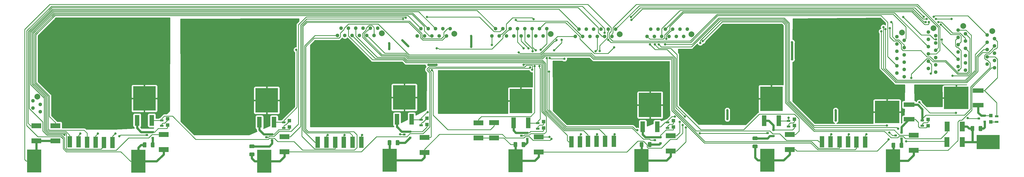
<source format=gtl>
G04 #@! TF.GenerationSoftware,KiCad,Pcbnew,5.1.5-52549c5~84~ubuntu18.04.1*
G04 #@! TF.CreationDate,2020-02-28T01:04:35-05:00*
G04 #@! TF.ProjectId,DA_Board_1,44415f42-6f61-4726-945f-312e6b696361,rev?*
G04 #@! TF.SameCoordinates,Original*
G04 #@! TF.FileFunction,Copper,L1,Top*
G04 #@! TF.FilePolarity,Positive*
%FSLAX46Y46*%
G04 Gerber Fmt 4.6, Leading zero omitted, Abs format (unit mm)*
G04 Created by KiCad (PCBNEW 5.1.5-52549c5~84~ubuntu18.04.1) date 2020-02-28 01:04:35*
%MOMM*%
%LPD*%
G04 APERTURE LIST*
%ADD10R,5.000000X8.000000*%
%ADD11C,2.000000*%
%ADD12C,1.300000*%
%ADD13R,1.500000X4.000000*%
%ADD14R,0.900000X0.800000*%
%ADD15C,0.100000*%
%ADD16R,1.300000X0.700000*%
%ADD17R,3.810000X1.650000*%
%ADD18R,8.510000X7.870000*%
%ADD19R,3.500000X1.780000*%
%ADD20R,1.200000X1.200000*%
%ADD21R,1.650000X3.810000*%
%ADD22R,7.870000X8.510000*%
%ADD23R,1.780000X3.500000*%
%ADD24R,8.000000X5.000000*%
%ADD25C,0.800000*%
%ADD26C,0.254000*%
%ADD27C,0.762000*%
%ADD28C,0.250000*%
G04 APERTURE END LIST*
D10*
X122753300Y-154927500D03*
D11*
X246145400Y-110654600D03*
D12*
X230775400Y-111394600D03*
X232045400Y-108854600D03*
X233315400Y-111394600D03*
X234585400Y-108854600D03*
X235855400Y-111394600D03*
X238395400Y-111394600D03*
X240935400Y-111394600D03*
X243475400Y-111394600D03*
X237125400Y-108854600D03*
X244745400Y-108854600D03*
X242205400Y-108854600D03*
X239665400Y-108854600D03*
D13*
X153474600Y-148285400D03*
X156474600Y-148285400D03*
D14*
X171394300Y-145631100D03*
X173394300Y-146681100D03*
X173394300Y-144581100D03*
D12*
X353232900Y-114986000D03*
X353232900Y-112446000D03*
X353232900Y-109906000D03*
X353232900Y-117526000D03*
X355772900Y-111176000D03*
X355772900Y-113716000D03*
X355772900Y-116256000D03*
X355772900Y-118796000D03*
X353232900Y-120066000D03*
X355772900Y-121336000D03*
X353232900Y-122606000D03*
X355772900Y-123876000D03*
D11*
X355032900Y-108506000D03*
D14*
X84075200Y-144720800D03*
X84075200Y-146820800D03*
X82075200Y-145770800D03*
G04 #@! TA.AperFunction,SMDPad,CuDef*
D15*
G36*
X344321504Y-148478204D02*
G01*
X344345773Y-148481804D01*
X344369571Y-148487765D01*
X344392671Y-148496030D01*
X344414849Y-148506520D01*
X344435893Y-148519133D01*
X344455598Y-148533747D01*
X344473777Y-148550223D01*
X344490253Y-148568402D01*
X344504867Y-148588107D01*
X344517480Y-148609151D01*
X344527970Y-148631329D01*
X344536235Y-148654429D01*
X344542196Y-148678227D01*
X344545796Y-148702496D01*
X344547000Y-148727000D01*
X344547000Y-149977000D01*
X344545796Y-150001504D01*
X344542196Y-150025773D01*
X344536235Y-150049571D01*
X344527970Y-150072671D01*
X344517480Y-150094849D01*
X344504867Y-150115893D01*
X344490253Y-150135598D01*
X344473777Y-150153777D01*
X344455598Y-150170253D01*
X344435893Y-150184867D01*
X344414849Y-150197480D01*
X344392671Y-150207970D01*
X344369571Y-150216235D01*
X344345773Y-150222196D01*
X344321504Y-150225796D01*
X344297000Y-150227000D01*
X343547000Y-150227000D01*
X343522496Y-150225796D01*
X343498227Y-150222196D01*
X343474429Y-150216235D01*
X343451329Y-150207970D01*
X343429151Y-150197480D01*
X343408107Y-150184867D01*
X343388402Y-150170253D01*
X343370223Y-150153777D01*
X343353747Y-150135598D01*
X343339133Y-150115893D01*
X343326520Y-150094849D01*
X343316030Y-150072671D01*
X343307765Y-150049571D01*
X343301804Y-150025773D01*
X343298204Y-150001504D01*
X343297000Y-149977000D01*
X343297000Y-148727000D01*
X343298204Y-148702496D01*
X343301804Y-148678227D01*
X343307765Y-148654429D01*
X343316030Y-148631329D01*
X343326520Y-148609151D01*
X343339133Y-148588107D01*
X343353747Y-148568402D01*
X343370223Y-148550223D01*
X343388402Y-148533747D01*
X343408107Y-148519133D01*
X343429151Y-148506520D01*
X343451329Y-148496030D01*
X343474429Y-148487765D01*
X343498227Y-148481804D01*
X343522496Y-148478204D01*
X343547000Y-148477000D01*
X344297000Y-148477000D01*
X344321504Y-148478204D01*
G37*
G04 #@! TD.AperFunction*
G04 #@! TA.AperFunction,SMDPad,CuDef*
G36*
X341521504Y-148478204D02*
G01*
X341545773Y-148481804D01*
X341569571Y-148487765D01*
X341592671Y-148496030D01*
X341614849Y-148506520D01*
X341635893Y-148519133D01*
X341655598Y-148533747D01*
X341673777Y-148550223D01*
X341690253Y-148568402D01*
X341704867Y-148588107D01*
X341717480Y-148609151D01*
X341727970Y-148631329D01*
X341736235Y-148654429D01*
X341742196Y-148678227D01*
X341745796Y-148702496D01*
X341747000Y-148727000D01*
X341747000Y-149977000D01*
X341745796Y-150001504D01*
X341742196Y-150025773D01*
X341736235Y-150049571D01*
X341727970Y-150072671D01*
X341717480Y-150094849D01*
X341704867Y-150115893D01*
X341690253Y-150135598D01*
X341673777Y-150153777D01*
X341655598Y-150170253D01*
X341635893Y-150184867D01*
X341614849Y-150197480D01*
X341592671Y-150207970D01*
X341569571Y-150216235D01*
X341545773Y-150222196D01*
X341521504Y-150225796D01*
X341497000Y-150227000D01*
X340747000Y-150227000D01*
X340722496Y-150225796D01*
X340698227Y-150222196D01*
X340674429Y-150216235D01*
X340651329Y-150207970D01*
X340629151Y-150197480D01*
X340608107Y-150184867D01*
X340588402Y-150170253D01*
X340570223Y-150153777D01*
X340553747Y-150135598D01*
X340539133Y-150115893D01*
X340526520Y-150094849D01*
X340516030Y-150072671D01*
X340507765Y-150049571D01*
X340501804Y-150025773D01*
X340498204Y-150001504D01*
X340497000Y-149977000D01*
X340497000Y-148727000D01*
X340498204Y-148702496D01*
X340501804Y-148678227D01*
X340507765Y-148654429D01*
X340516030Y-148631329D01*
X340526520Y-148609151D01*
X340539133Y-148588107D01*
X340553747Y-148568402D01*
X340570223Y-148550223D01*
X340588402Y-148533747D01*
X340608107Y-148519133D01*
X340629151Y-148506520D01*
X340651329Y-148496030D01*
X340674429Y-148487765D01*
X340698227Y-148481804D01*
X340722496Y-148478204D01*
X340747000Y-148477000D01*
X341497000Y-148477000D01*
X341521504Y-148478204D01*
G37*
G04 #@! TD.AperFunction*
D11*
X222205400Y-110514600D03*
D12*
X201755400Y-111254600D03*
X203025400Y-108714600D03*
X204295400Y-111254600D03*
X205565400Y-108714600D03*
X206835400Y-111254600D03*
X208105400Y-108714600D03*
X209375400Y-111254600D03*
X210645400Y-108714600D03*
X211915400Y-111254600D03*
X214455400Y-111254600D03*
X216995400Y-111254600D03*
X219535400Y-111254600D03*
X213185400Y-108714600D03*
X220805400Y-108714600D03*
X218265400Y-108714600D03*
X215725400Y-108714600D03*
D16*
X129535100Y-143279100D03*
X129535100Y-141379100D03*
D10*
X253639500Y-154673500D03*
D13*
X58314900Y-148183800D03*
X55314900Y-148183800D03*
D16*
X217736600Y-141633100D03*
X217736600Y-143533100D03*
D10*
X166263500Y-154571900D03*
D17*
X370548000Y-135394900D03*
X370548000Y-130314900D03*
D18*
X362923000Y-132854900D03*
G04 #@! TA.AperFunction,SMDPad,CuDef*
D15*
G36*
X368947504Y-142636204D02*
G01*
X368971773Y-142639804D01*
X368995571Y-142645765D01*
X369018671Y-142654030D01*
X369040849Y-142664520D01*
X369061893Y-142677133D01*
X369081598Y-142691747D01*
X369099777Y-142708223D01*
X369116253Y-142726402D01*
X369130867Y-142746107D01*
X369143480Y-142767151D01*
X369153970Y-142789329D01*
X369162235Y-142812429D01*
X369168196Y-142836227D01*
X369171796Y-142860496D01*
X369173000Y-142885000D01*
X369173000Y-144135000D01*
X369171796Y-144159504D01*
X369168196Y-144183773D01*
X369162235Y-144207571D01*
X369153970Y-144230671D01*
X369143480Y-144252849D01*
X369130867Y-144273893D01*
X369116253Y-144293598D01*
X369099777Y-144311777D01*
X369081598Y-144328253D01*
X369061893Y-144342867D01*
X369040849Y-144355480D01*
X369018671Y-144365970D01*
X368995571Y-144374235D01*
X368971773Y-144380196D01*
X368947504Y-144383796D01*
X368923000Y-144385000D01*
X368173000Y-144385000D01*
X368148496Y-144383796D01*
X368124227Y-144380196D01*
X368100429Y-144374235D01*
X368077329Y-144365970D01*
X368055151Y-144355480D01*
X368034107Y-144342867D01*
X368014402Y-144328253D01*
X367996223Y-144311777D01*
X367979747Y-144293598D01*
X367965133Y-144273893D01*
X367952520Y-144252849D01*
X367942030Y-144230671D01*
X367933765Y-144207571D01*
X367927804Y-144183773D01*
X367924204Y-144159504D01*
X367923000Y-144135000D01*
X367923000Y-142885000D01*
X367924204Y-142860496D01*
X367927804Y-142836227D01*
X367933765Y-142812429D01*
X367942030Y-142789329D01*
X367952520Y-142767151D01*
X367965133Y-142746107D01*
X367979747Y-142726402D01*
X367996223Y-142708223D01*
X368014402Y-142691747D01*
X368034107Y-142677133D01*
X368055151Y-142664520D01*
X368077329Y-142654030D01*
X368100429Y-142645765D01*
X368124227Y-142639804D01*
X368148496Y-142636204D01*
X368173000Y-142635000D01*
X368923000Y-142635000D01*
X368947504Y-142636204D01*
G37*
G04 #@! TD.AperFunction*
G04 #@! TA.AperFunction,SMDPad,CuDef*
G36*
X371747504Y-142636204D02*
G01*
X371771773Y-142639804D01*
X371795571Y-142645765D01*
X371818671Y-142654030D01*
X371840849Y-142664520D01*
X371861893Y-142677133D01*
X371881598Y-142691747D01*
X371899777Y-142708223D01*
X371916253Y-142726402D01*
X371930867Y-142746107D01*
X371943480Y-142767151D01*
X371953970Y-142789329D01*
X371962235Y-142812429D01*
X371968196Y-142836227D01*
X371971796Y-142860496D01*
X371973000Y-142885000D01*
X371973000Y-144135000D01*
X371971796Y-144159504D01*
X371968196Y-144183773D01*
X371962235Y-144207571D01*
X371953970Y-144230671D01*
X371943480Y-144252849D01*
X371930867Y-144273893D01*
X371916253Y-144293598D01*
X371899777Y-144311777D01*
X371881598Y-144328253D01*
X371861893Y-144342867D01*
X371840849Y-144355480D01*
X371818671Y-144365970D01*
X371795571Y-144374235D01*
X371771773Y-144380196D01*
X371747504Y-144383796D01*
X371723000Y-144385000D01*
X370973000Y-144385000D01*
X370948496Y-144383796D01*
X370924227Y-144380196D01*
X370900429Y-144374235D01*
X370877329Y-144365970D01*
X370855151Y-144355480D01*
X370834107Y-144342867D01*
X370814402Y-144328253D01*
X370796223Y-144311777D01*
X370779747Y-144293598D01*
X370765133Y-144273893D01*
X370752520Y-144252849D01*
X370742030Y-144230671D01*
X370733765Y-144207571D01*
X370727804Y-144183773D01*
X370724204Y-144159504D01*
X370723000Y-144135000D01*
X370723000Y-142885000D01*
X370724204Y-142860496D01*
X370727804Y-142836227D01*
X370733765Y-142812429D01*
X370742030Y-142789329D01*
X370752520Y-142767151D01*
X370765133Y-142746107D01*
X370779747Y-142726402D01*
X370796223Y-142708223D01*
X370814402Y-142691747D01*
X370834107Y-142677133D01*
X370855151Y-142664520D01*
X370877329Y-142654030D01*
X370900429Y-142645765D01*
X370924227Y-142639804D01*
X370948496Y-142636204D01*
X370973000Y-142635000D01*
X371723000Y-142635000D01*
X371747504Y-142636204D01*
G37*
G04 #@! TD.AperFunction*
D16*
X376943800Y-141196300D03*
X376943800Y-139296300D03*
D13*
X232369800Y-148120300D03*
X229369800Y-148120300D03*
X325408600Y-148107600D03*
X322408600Y-148107600D03*
D10*
X79103400Y-154952900D03*
D19*
X348140200Y-151130200D03*
X348140200Y-145850200D03*
D12*
X42545000Y-136372600D03*
X42545000Y-133832600D03*
X45085000Y-135102600D03*
X45085000Y-137642600D03*
D11*
X44045000Y-132432600D03*
D19*
X218041400Y-146459800D03*
X218041400Y-151739800D03*
D20*
X374886400Y-139044700D03*
X374886400Y-141244700D03*
D14*
X372797000Y-138993100D03*
X372797000Y-141093100D03*
X370797000Y-140043100D03*
D21*
X121115000Y-141305400D03*
X126195000Y-141305400D03*
D22*
X123655000Y-133680400D03*
D13*
X141357400Y-148285400D03*
X144357400Y-148285400D03*
X328276000Y-148209200D03*
X331276000Y-148209200D03*
D19*
X178430100Y-151879500D03*
X178430100Y-146599500D03*
D13*
X150426600Y-148285400D03*
X147426600Y-148285400D03*
D17*
X346557700Y-140309800D03*
X346557700Y-135229800D03*
D18*
X338932700Y-137769800D03*
D19*
X202522000Y-146774100D03*
X202522000Y-141494100D03*
D20*
X179268300Y-139921000D03*
X179268300Y-142121000D03*
D19*
X129814500Y-151625500D03*
X129814500Y-146345500D03*
D13*
X70149900Y-148412400D03*
X67149900Y-148412400D03*
D14*
X258318000Y-147574000D03*
X260318000Y-148624000D03*
X260318000Y-146524000D03*
D20*
X353169400Y-142583100D03*
X353169400Y-140383100D03*
G04 #@! TA.AperFunction,SMDPad,CuDef*
D15*
G36*
X293765504Y-149115204D02*
G01*
X293789773Y-149118804D01*
X293813571Y-149124765D01*
X293836671Y-149133030D01*
X293858849Y-149143520D01*
X293879893Y-149156133D01*
X293899598Y-149170747D01*
X293917777Y-149187223D01*
X293934253Y-149205402D01*
X293948867Y-149225107D01*
X293961480Y-149246151D01*
X293971970Y-149268329D01*
X293980235Y-149291429D01*
X293986196Y-149315227D01*
X293989796Y-149339496D01*
X293991000Y-149364000D01*
X293991000Y-150114000D01*
X293989796Y-150138504D01*
X293986196Y-150162773D01*
X293980235Y-150186571D01*
X293971970Y-150209671D01*
X293961480Y-150231849D01*
X293948867Y-150252893D01*
X293934253Y-150272598D01*
X293917777Y-150290777D01*
X293899598Y-150307253D01*
X293879893Y-150321867D01*
X293858849Y-150334480D01*
X293836671Y-150344970D01*
X293813571Y-150353235D01*
X293789773Y-150359196D01*
X293765504Y-150362796D01*
X293741000Y-150364000D01*
X292491000Y-150364000D01*
X292466496Y-150362796D01*
X292442227Y-150359196D01*
X292418429Y-150353235D01*
X292395329Y-150344970D01*
X292373151Y-150334480D01*
X292352107Y-150321867D01*
X292332402Y-150307253D01*
X292314223Y-150290777D01*
X292297747Y-150272598D01*
X292283133Y-150252893D01*
X292270520Y-150231849D01*
X292260030Y-150209671D01*
X292251765Y-150186571D01*
X292245804Y-150162773D01*
X292242204Y-150138504D01*
X292241000Y-150114000D01*
X292241000Y-149364000D01*
X292242204Y-149339496D01*
X292245804Y-149315227D01*
X292251765Y-149291429D01*
X292260030Y-149268329D01*
X292270520Y-149246151D01*
X292283133Y-149225107D01*
X292297747Y-149205402D01*
X292314223Y-149187223D01*
X292332402Y-149170747D01*
X292352107Y-149156133D01*
X292373151Y-149143520D01*
X292395329Y-149133030D01*
X292418429Y-149124765D01*
X292442227Y-149118804D01*
X292466496Y-149115204D01*
X292491000Y-149114000D01*
X293741000Y-149114000D01*
X293765504Y-149115204D01*
G37*
G04 #@! TD.AperFunction*
G04 #@! TA.AperFunction,SMDPad,CuDef*
G36*
X293765504Y-146315204D02*
G01*
X293789773Y-146318804D01*
X293813571Y-146324765D01*
X293836671Y-146333030D01*
X293858849Y-146343520D01*
X293879893Y-146356133D01*
X293899598Y-146370747D01*
X293917777Y-146387223D01*
X293934253Y-146405402D01*
X293948867Y-146425107D01*
X293961480Y-146446151D01*
X293971970Y-146468329D01*
X293980235Y-146491429D01*
X293986196Y-146515227D01*
X293989796Y-146539496D01*
X293991000Y-146564000D01*
X293991000Y-147314000D01*
X293989796Y-147338504D01*
X293986196Y-147362773D01*
X293980235Y-147386571D01*
X293971970Y-147409671D01*
X293961480Y-147431849D01*
X293948867Y-147452893D01*
X293934253Y-147472598D01*
X293917777Y-147490777D01*
X293899598Y-147507253D01*
X293879893Y-147521867D01*
X293858849Y-147534480D01*
X293836671Y-147544970D01*
X293813571Y-147553235D01*
X293789773Y-147559196D01*
X293765504Y-147562796D01*
X293741000Y-147564000D01*
X292491000Y-147564000D01*
X292466496Y-147562796D01*
X292442227Y-147559196D01*
X292418429Y-147553235D01*
X292395329Y-147544970D01*
X292373151Y-147534480D01*
X292352107Y-147521867D01*
X292332402Y-147507253D01*
X292314223Y-147490777D01*
X292297747Y-147472598D01*
X292283133Y-147452893D01*
X292270520Y-147431849D01*
X292260030Y-147409671D01*
X292251765Y-147386571D01*
X292245804Y-147362773D01*
X292242204Y-147338504D01*
X292241000Y-147314000D01*
X292241000Y-146564000D01*
X292242204Y-146539496D01*
X292245804Y-146515227D01*
X292251765Y-146491429D01*
X292260030Y-146468329D01*
X292270520Y-146446151D01*
X292283133Y-146425107D01*
X292297747Y-146405402D01*
X292314223Y-146387223D01*
X292332402Y-146370747D01*
X292352107Y-146356133D01*
X292373151Y-146343520D01*
X292395329Y-146333030D01*
X292418429Y-146324765D01*
X292442227Y-146318804D01*
X292466496Y-146315204D01*
X292491000Y-146314000D01*
X293741000Y-146314000D01*
X293765504Y-146315204D01*
G37*
G04 #@! TD.AperFunction*
D16*
X351150100Y-140693300D03*
X351150100Y-142593300D03*
D23*
X365056600Y-142849800D03*
X359776600Y-142849800D03*
D19*
X263824900Y-151333400D03*
X263824900Y-146053400D03*
D14*
X125515300Y-145482800D03*
X125515300Y-147582800D03*
X123515300Y-146532800D03*
G04 #@! TA.AperFunction,SMDPad,CuDef*
D15*
G36*
X256945504Y-148224204D02*
G01*
X256969773Y-148227804D01*
X256993571Y-148233765D01*
X257016671Y-148242030D01*
X257038849Y-148252520D01*
X257059893Y-148265133D01*
X257079598Y-148279747D01*
X257097777Y-148296223D01*
X257114253Y-148314402D01*
X257128867Y-148334107D01*
X257141480Y-148355151D01*
X257151970Y-148377329D01*
X257160235Y-148400429D01*
X257166196Y-148424227D01*
X257169796Y-148448496D01*
X257171000Y-148473000D01*
X257171000Y-149723000D01*
X257169796Y-149747504D01*
X257166196Y-149771773D01*
X257160235Y-149795571D01*
X257151970Y-149818671D01*
X257141480Y-149840849D01*
X257128867Y-149861893D01*
X257114253Y-149881598D01*
X257097777Y-149899777D01*
X257079598Y-149916253D01*
X257059893Y-149930867D01*
X257038849Y-149943480D01*
X257016671Y-149953970D01*
X256993571Y-149962235D01*
X256969773Y-149968196D01*
X256945504Y-149971796D01*
X256921000Y-149973000D01*
X256171000Y-149973000D01*
X256146496Y-149971796D01*
X256122227Y-149968196D01*
X256098429Y-149962235D01*
X256075329Y-149953970D01*
X256053151Y-149943480D01*
X256032107Y-149930867D01*
X256012402Y-149916253D01*
X255994223Y-149899777D01*
X255977747Y-149881598D01*
X255963133Y-149861893D01*
X255950520Y-149840849D01*
X255940030Y-149818671D01*
X255931765Y-149795571D01*
X255925804Y-149771773D01*
X255922204Y-149747504D01*
X255921000Y-149723000D01*
X255921000Y-148473000D01*
X255922204Y-148448496D01*
X255925804Y-148424227D01*
X255931765Y-148400429D01*
X255940030Y-148377329D01*
X255950520Y-148355151D01*
X255963133Y-148334107D01*
X255977747Y-148314402D01*
X255994223Y-148296223D01*
X256012402Y-148279747D01*
X256032107Y-148265133D01*
X256053151Y-148252520D01*
X256075329Y-148242030D01*
X256098429Y-148233765D01*
X256122227Y-148227804D01*
X256146496Y-148224204D01*
X256171000Y-148223000D01*
X256921000Y-148223000D01*
X256945504Y-148224204D01*
G37*
G04 #@! TD.AperFunction*
G04 #@! TA.AperFunction,SMDPad,CuDef*
G36*
X254145504Y-148224204D02*
G01*
X254169773Y-148227804D01*
X254193571Y-148233765D01*
X254216671Y-148242030D01*
X254238849Y-148252520D01*
X254259893Y-148265133D01*
X254279598Y-148279747D01*
X254297777Y-148296223D01*
X254314253Y-148314402D01*
X254328867Y-148334107D01*
X254341480Y-148355151D01*
X254351970Y-148377329D01*
X254360235Y-148400429D01*
X254366196Y-148424227D01*
X254369796Y-148448496D01*
X254371000Y-148473000D01*
X254371000Y-149723000D01*
X254369796Y-149747504D01*
X254366196Y-149771773D01*
X254360235Y-149795571D01*
X254351970Y-149818671D01*
X254341480Y-149840849D01*
X254328867Y-149861893D01*
X254314253Y-149881598D01*
X254297777Y-149899777D01*
X254279598Y-149916253D01*
X254259893Y-149930867D01*
X254238849Y-149943480D01*
X254216671Y-149953970D01*
X254193571Y-149962235D01*
X254169773Y-149968196D01*
X254145504Y-149971796D01*
X254121000Y-149973000D01*
X253371000Y-149973000D01*
X253346496Y-149971796D01*
X253322227Y-149968196D01*
X253298429Y-149962235D01*
X253275329Y-149953970D01*
X253253151Y-149943480D01*
X253232107Y-149930867D01*
X253212402Y-149916253D01*
X253194223Y-149899777D01*
X253177747Y-149881598D01*
X253163133Y-149861893D01*
X253150520Y-149840849D01*
X253140030Y-149818671D01*
X253131765Y-149795571D01*
X253125804Y-149771773D01*
X253122204Y-149747504D01*
X253121000Y-149723000D01*
X253121000Y-148473000D01*
X253122204Y-148448496D01*
X253125804Y-148424227D01*
X253131765Y-148400429D01*
X253140030Y-148377329D01*
X253150520Y-148355151D01*
X253163133Y-148334107D01*
X253177747Y-148314402D01*
X253194223Y-148296223D01*
X253212402Y-148279747D01*
X253232107Y-148265133D01*
X253253151Y-148252520D01*
X253275329Y-148242030D01*
X253298429Y-148233765D01*
X253322227Y-148227804D01*
X253346496Y-148224204D01*
X253371000Y-148223000D01*
X254121000Y-148223000D01*
X254145504Y-148224204D01*
G37*
G04 #@! TD.AperFunction*
D11*
X344098200Y-110080800D03*
D12*
X344838200Y-125450800D03*
X342298200Y-124180800D03*
X344838200Y-122910800D03*
X342298200Y-121640800D03*
X344838200Y-120370800D03*
X344838200Y-117830800D03*
X344838200Y-115290800D03*
X344838200Y-112750800D03*
X342298200Y-119100800D03*
X342298200Y-111480800D03*
X342298200Y-114020800D03*
X342298200Y-116560800D03*
D19*
X197099100Y-146786800D03*
X197099100Y-141506800D03*
X87904500Y-145583500D03*
X87904500Y-150863500D03*
D22*
X298788000Y-133134300D03*
D21*
X301328000Y-140759300D03*
X296248000Y-140759300D03*
D16*
X262770800Y-141391800D03*
X262770800Y-143291800D03*
X177261700Y-142352000D03*
X177261700Y-140452000D03*
D11*
X271015400Y-110654600D03*
D12*
X255645400Y-111394600D03*
X256915400Y-108854600D03*
X258185400Y-111394600D03*
X259455400Y-108854600D03*
X260725400Y-111394600D03*
X263265400Y-111394600D03*
X265805400Y-111394600D03*
X268345400Y-111394600D03*
X261995400Y-108854600D03*
X269615400Y-108854600D03*
X267075400Y-108854600D03*
X264535400Y-108854600D03*
D20*
X306763600Y-142502000D03*
X306763600Y-140302000D03*
X219743200Y-141102100D03*
X219743200Y-143302100D03*
D14*
X212059700Y-146050000D03*
X214059700Y-147100000D03*
X214059700Y-145000000D03*
D10*
X341002800Y-154711600D03*
D11*
X163565400Y-110294600D03*
D12*
X148195400Y-111034600D03*
X149465400Y-108494600D03*
X150735400Y-111034600D03*
X152005400Y-108494600D03*
X153275400Y-111034600D03*
X155815400Y-111034600D03*
X158355400Y-111034600D03*
X160895400Y-111034600D03*
X154545400Y-108494600D03*
X162165400Y-108494600D03*
X159625400Y-108494600D03*
X157085400Y-108494600D03*
D14*
X297466000Y-145068000D03*
X299466000Y-146118000D03*
X299466000Y-144018000D03*
D23*
X359713100Y-148234600D03*
X364993100Y-148234600D03*
D22*
X171394300Y-132664400D03*
D21*
X173934300Y-140289400D03*
X168854300Y-140289400D03*
D13*
X316312600Y-148107600D03*
X319312600Y-148107600D03*
D14*
X343891800Y-144936700D03*
X343891800Y-147036700D03*
X341891800Y-145986700D03*
D13*
X235134200Y-148018700D03*
X238134200Y-148018700D03*
D19*
X305138000Y-145596200D03*
X305138000Y-150876200D03*
G04 #@! TA.AperFunction,SMDPad,CuDef*
D15*
G36*
X169442504Y-147589204D02*
G01*
X169466773Y-147592804D01*
X169490571Y-147598765D01*
X169513671Y-147607030D01*
X169535849Y-147617520D01*
X169556893Y-147630133D01*
X169576598Y-147644747D01*
X169594777Y-147661223D01*
X169611253Y-147679402D01*
X169625867Y-147699107D01*
X169638480Y-147720151D01*
X169648970Y-147742329D01*
X169657235Y-147765429D01*
X169663196Y-147789227D01*
X169666796Y-147813496D01*
X169668000Y-147838000D01*
X169668000Y-149088000D01*
X169666796Y-149112504D01*
X169663196Y-149136773D01*
X169657235Y-149160571D01*
X169648970Y-149183671D01*
X169638480Y-149205849D01*
X169625867Y-149226893D01*
X169611253Y-149246598D01*
X169594777Y-149264777D01*
X169576598Y-149281253D01*
X169556893Y-149295867D01*
X169535849Y-149308480D01*
X169513671Y-149318970D01*
X169490571Y-149327235D01*
X169466773Y-149333196D01*
X169442504Y-149336796D01*
X169418000Y-149338000D01*
X168668000Y-149338000D01*
X168643496Y-149336796D01*
X168619227Y-149333196D01*
X168595429Y-149327235D01*
X168572329Y-149318970D01*
X168550151Y-149308480D01*
X168529107Y-149295867D01*
X168509402Y-149281253D01*
X168491223Y-149264777D01*
X168474747Y-149246598D01*
X168460133Y-149226893D01*
X168447520Y-149205849D01*
X168437030Y-149183671D01*
X168428765Y-149160571D01*
X168422804Y-149136773D01*
X168419204Y-149112504D01*
X168418000Y-149088000D01*
X168418000Y-147838000D01*
X168419204Y-147813496D01*
X168422804Y-147789227D01*
X168428765Y-147765429D01*
X168437030Y-147742329D01*
X168447520Y-147720151D01*
X168460133Y-147699107D01*
X168474747Y-147679402D01*
X168491223Y-147661223D01*
X168509402Y-147644747D01*
X168529107Y-147630133D01*
X168550151Y-147617520D01*
X168572329Y-147607030D01*
X168595429Y-147598765D01*
X168619227Y-147592804D01*
X168643496Y-147589204D01*
X168668000Y-147588000D01*
X169418000Y-147588000D01*
X169442504Y-147589204D01*
G37*
G04 #@! TD.AperFunction*
G04 #@! TA.AperFunction,SMDPad,CuDef*
G36*
X166642504Y-147589204D02*
G01*
X166666773Y-147592804D01*
X166690571Y-147598765D01*
X166713671Y-147607030D01*
X166735849Y-147617520D01*
X166756893Y-147630133D01*
X166776598Y-147644747D01*
X166794777Y-147661223D01*
X166811253Y-147679402D01*
X166825867Y-147699107D01*
X166838480Y-147720151D01*
X166848970Y-147742329D01*
X166857235Y-147765429D01*
X166863196Y-147789227D01*
X166866796Y-147813496D01*
X166868000Y-147838000D01*
X166868000Y-149088000D01*
X166866796Y-149112504D01*
X166863196Y-149136773D01*
X166857235Y-149160571D01*
X166848970Y-149183671D01*
X166838480Y-149205849D01*
X166825867Y-149226893D01*
X166811253Y-149246598D01*
X166794777Y-149264777D01*
X166776598Y-149281253D01*
X166756893Y-149295867D01*
X166735849Y-149308480D01*
X166713671Y-149318970D01*
X166690571Y-149327235D01*
X166666773Y-149333196D01*
X166642504Y-149336796D01*
X166618000Y-149338000D01*
X165868000Y-149338000D01*
X165843496Y-149336796D01*
X165819227Y-149333196D01*
X165795429Y-149327235D01*
X165772329Y-149318970D01*
X165750151Y-149308480D01*
X165729107Y-149295867D01*
X165709402Y-149281253D01*
X165691223Y-149264777D01*
X165674747Y-149246598D01*
X165660133Y-149226893D01*
X165647520Y-149205849D01*
X165637030Y-149183671D01*
X165628765Y-149160571D01*
X165622804Y-149136773D01*
X165619204Y-149112504D01*
X165618000Y-149088000D01*
X165618000Y-147838000D01*
X165619204Y-147813496D01*
X165622804Y-147789227D01*
X165628765Y-147765429D01*
X165637030Y-147742329D01*
X165647520Y-147720151D01*
X165660133Y-147699107D01*
X165674747Y-147679402D01*
X165691223Y-147661223D01*
X165709402Y-147644747D01*
X165729107Y-147630133D01*
X165750151Y-147617520D01*
X165772329Y-147607030D01*
X165795429Y-147598765D01*
X165819227Y-147592804D01*
X165843496Y-147589204D01*
X165868000Y-147588000D01*
X166618000Y-147588000D01*
X166642504Y-147589204D01*
G37*
G04 #@! TD.AperFunction*
D19*
X43688000Y-142548000D03*
X43688000Y-147828000D03*
D21*
X254134800Y-142931000D03*
X259214800Y-142931000D03*
D22*
X256674800Y-135306000D03*
D16*
X87231400Y-140667900D03*
X87231400Y-142567900D03*
G04 #@! TA.AperFunction,SMDPad,CuDef*
D15*
G36*
X84479504Y-148351204D02*
G01*
X84503773Y-148354804D01*
X84527571Y-148360765D01*
X84550671Y-148369030D01*
X84572849Y-148379520D01*
X84593893Y-148392133D01*
X84613598Y-148406747D01*
X84631777Y-148423223D01*
X84648253Y-148441402D01*
X84662867Y-148461107D01*
X84675480Y-148482151D01*
X84685970Y-148504329D01*
X84694235Y-148527429D01*
X84700196Y-148551227D01*
X84703796Y-148575496D01*
X84705000Y-148600000D01*
X84705000Y-149850000D01*
X84703796Y-149874504D01*
X84700196Y-149898773D01*
X84694235Y-149922571D01*
X84685970Y-149945671D01*
X84675480Y-149967849D01*
X84662867Y-149988893D01*
X84648253Y-150008598D01*
X84631777Y-150026777D01*
X84613598Y-150043253D01*
X84593893Y-150057867D01*
X84572849Y-150070480D01*
X84550671Y-150080970D01*
X84527571Y-150089235D01*
X84503773Y-150095196D01*
X84479504Y-150098796D01*
X84455000Y-150100000D01*
X83705000Y-150100000D01*
X83680496Y-150098796D01*
X83656227Y-150095196D01*
X83632429Y-150089235D01*
X83609329Y-150080970D01*
X83587151Y-150070480D01*
X83566107Y-150057867D01*
X83546402Y-150043253D01*
X83528223Y-150026777D01*
X83511747Y-150008598D01*
X83497133Y-149988893D01*
X83484520Y-149967849D01*
X83474030Y-149945671D01*
X83465765Y-149922571D01*
X83459804Y-149898773D01*
X83456204Y-149874504D01*
X83455000Y-149850000D01*
X83455000Y-148600000D01*
X83456204Y-148575496D01*
X83459804Y-148551227D01*
X83465765Y-148527429D01*
X83474030Y-148504329D01*
X83484520Y-148482151D01*
X83497133Y-148461107D01*
X83511747Y-148441402D01*
X83528223Y-148423223D01*
X83546402Y-148406747D01*
X83566107Y-148392133D01*
X83587151Y-148379520D01*
X83609329Y-148369030D01*
X83632429Y-148360765D01*
X83656227Y-148354804D01*
X83680496Y-148351204D01*
X83705000Y-148350000D01*
X84455000Y-148350000D01*
X84479504Y-148351204D01*
G37*
G04 #@! TD.AperFunction*
G04 #@! TA.AperFunction,SMDPad,CuDef*
G36*
X81679504Y-148351204D02*
G01*
X81703773Y-148354804D01*
X81727571Y-148360765D01*
X81750671Y-148369030D01*
X81772849Y-148379520D01*
X81793893Y-148392133D01*
X81813598Y-148406747D01*
X81831777Y-148423223D01*
X81848253Y-148441402D01*
X81862867Y-148461107D01*
X81875480Y-148482151D01*
X81885970Y-148504329D01*
X81894235Y-148527429D01*
X81900196Y-148551227D01*
X81903796Y-148575496D01*
X81905000Y-148600000D01*
X81905000Y-149850000D01*
X81903796Y-149874504D01*
X81900196Y-149898773D01*
X81894235Y-149922571D01*
X81885970Y-149945671D01*
X81875480Y-149967849D01*
X81862867Y-149988893D01*
X81848253Y-150008598D01*
X81831777Y-150026777D01*
X81813598Y-150043253D01*
X81793893Y-150057867D01*
X81772849Y-150070480D01*
X81750671Y-150080970D01*
X81727571Y-150089235D01*
X81703773Y-150095196D01*
X81679504Y-150098796D01*
X81655000Y-150100000D01*
X80905000Y-150100000D01*
X80880496Y-150098796D01*
X80856227Y-150095196D01*
X80832429Y-150089235D01*
X80809329Y-150080970D01*
X80787151Y-150070480D01*
X80766107Y-150057867D01*
X80746402Y-150043253D01*
X80728223Y-150026777D01*
X80711747Y-150008598D01*
X80697133Y-149988893D01*
X80684520Y-149967849D01*
X80674030Y-149945671D01*
X80665765Y-149922571D01*
X80659804Y-149898773D01*
X80656204Y-149874504D01*
X80655000Y-149850000D01*
X80655000Y-148600000D01*
X80656204Y-148575496D01*
X80659804Y-148551227D01*
X80665765Y-148527429D01*
X80674030Y-148504329D01*
X80684520Y-148482151D01*
X80697133Y-148461107D01*
X80711747Y-148441402D01*
X80728223Y-148423223D01*
X80746402Y-148406747D01*
X80766107Y-148392133D01*
X80787151Y-148379520D01*
X80809329Y-148369030D01*
X80832429Y-148360765D01*
X80856227Y-148354804D01*
X80880496Y-148351204D01*
X80905000Y-148350000D01*
X81655000Y-148350000D01*
X81679504Y-148351204D01*
G37*
G04 #@! TD.AperFunction*
D22*
X81186200Y-133032700D03*
D21*
X83726200Y-140657700D03*
X78646200Y-140657700D03*
G04 #@! TA.AperFunction,SMDPad,CuDef*
D15*
G36*
X119140504Y-151903204D02*
G01*
X119164773Y-151906804D01*
X119188571Y-151912765D01*
X119211671Y-151921030D01*
X119233849Y-151931520D01*
X119254893Y-151944133D01*
X119274598Y-151958747D01*
X119292777Y-151975223D01*
X119309253Y-151993402D01*
X119323867Y-152013107D01*
X119336480Y-152034151D01*
X119346970Y-152056329D01*
X119355235Y-152079429D01*
X119361196Y-152103227D01*
X119364796Y-152127496D01*
X119366000Y-152152000D01*
X119366000Y-152902000D01*
X119364796Y-152926504D01*
X119361196Y-152950773D01*
X119355235Y-152974571D01*
X119346970Y-152997671D01*
X119336480Y-153019849D01*
X119323867Y-153040893D01*
X119309253Y-153060598D01*
X119292777Y-153078777D01*
X119274598Y-153095253D01*
X119254893Y-153109867D01*
X119233849Y-153122480D01*
X119211671Y-153132970D01*
X119188571Y-153141235D01*
X119164773Y-153147196D01*
X119140504Y-153150796D01*
X119116000Y-153152000D01*
X117866000Y-153152000D01*
X117841496Y-153150796D01*
X117817227Y-153147196D01*
X117793429Y-153141235D01*
X117770329Y-153132970D01*
X117748151Y-153122480D01*
X117727107Y-153109867D01*
X117707402Y-153095253D01*
X117689223Y-153078777D01*
X117672747Y-153060598D01*
X117658133Y-153040893D01*
X117645520Y-153019849D01*
X117635030Y-152997671D01*
X117626765Y-152974571D01*
X117620804Y-152950773D01*
X117617204Y-152926504D01*
X117616000Y-152902000D01*
X117616000Y-152152000D01*
X117617204Y-152127496D01*
X117620804Y-152103227D01*
X117626765Y-152079429D01*
X117635030Y-152056329D01*
X117645520Y-152034151D01*
X117658133Y-152013107D01*
X117672747Y-151993402D01*
X117689223Y-151975223D01*
X117707402Y-151958747D01*
X117727107Y-151944133D01*
X117748151Y-151931520D01*
X117770329Y-151921030D01*
X117793429Y-151912765D01*
X117817227Y-151906804D01*
X117841496Y-151903204D01*
X117866000Y-151902000D01*
X119116000Y-151902000D01*
X119140504Y-151903204D01*
G37*
G04 #@! TD.AperFunction*
G04 #@! TA.AperFunction,SMDPad,CuDef*
G36*
X119140504Y-149103204D02*
G01*
X119164773Y-149106804D01*
X119188571Y-149112765D01*
X119211671Y-149121030D01*
X119233849Y-149131520D01*
X119254893Y-149144133D01*
X119274598Y-149158747D01*
X119292777Y-149175223D01*
X119309253Y-149193402D01*
X119323867Y-149213107D01*
X119336480Y-149234151D01*
X119346970Y-149256329D01*
X119355235Y-149279429D01*
X119361196Y-149303227D01*
X119364796Y-149327496D01*
X119366000Y-149352000D01*
X119366000Y-150102000D01*
X119364796Y-150126504D01*
X119361196Y-150150773D01*
X119355235Y-150174571D01*
X119346970Y-150197671D01*
X119336480Y-150219849D01*
X119323867Y-150240893D01*
X119309253Y-150260598D01*
X119292777Y-150278777D01*
X119274598Y-150295253D01*
X119254893Y-150309867D01*
X119233849Y-150322480D01*
X119211671Y-150332970D01*
X119188571Y-150341235D01*
X119164773Y-150347196D01*
X119140504Y-150350796D01*
X119116000Y-150352000D01*
X117866000Y-150352000D01*
X117841496Y-150350796D01*
X117817227Y-150347196D01*
X117793429Y-150341235D01*
X117770329Y-150332970D01*
X117748151Y-150322480D01*
X117727107Y-150309867D01*
X117707402Y-150295253D01*
X117689223Y-150278777D01*
X117672747Y-150260598D01*
X117658133Y-150240893D01*
X117645520Y-150219849D01*
X117635030Y-150197671D01*
X117626765Y-150174571D01*
X117620804Y-150150773D01*
X117617204Y-150126504D01*
X117616000Y-150102000D01*
X117616000Y-149352000D01*
X117617204Y-149327496D01*
X117620804Y-149303227D01*
X117626765Y-149279429D01*
X117635030Y-149256329D01*
X117645520Y-149234151D01*
X117658133Y-149213107D01*
X117672747Y-149193402D01*
X117689223Y-149175223D01*
X117707402Y-149158747D01*
X117727107Y-149144133D01*
X117748151Y-149131520D01*
X117770329Y-149121030D01*
X117793429Y-149112765D01*
X117817227Y-149106804D01*
X117841496Y-149103204D01*
X117866000Y-149102000D01*
X119116000Y-149102000D01*
X119140504Y-149103204D01*
G37*
G04 #@! TD.AperFunction*
D10*
X297327500Y-154597300D03*
D24*
X373972000Y-148221900D03*
D19*
X50292000Y-147828000D03*
X50292000Y-142548000D03*
D11*
X375467200Y-109522000D03*
D12*
X376207200Y-122352000D03*
X373667200Y-121082000D03*
X376207200Y-119812000D03*
X376207200Y-117272000D03*
X376207200Y-114732000D03*
X376207200Y-112192000D03*
X373667200Y-118542000D03*
X373667200Y-110922000D03*
X373667200Y-113462000D03*
X373667200Y-116002000D03*
D13*
X244103200Y-148018700D03*
X241103200Y-148018700D03*
D21*
X209303800Y-141534000D03*
X214383800Y-141534000D03*
D22*
X211843800Y-133909000D03*
D20*
X89263400Y-140124200D03*
X89263400Y-142324200D03*
X264802800Y-140822700D03*
X264802800Y-143022700D03*
D16*
X304706200Y-142771100D03*
X304706200Y-140871100D03*
G04 #@! TA.AperFunction,SMDPad,CuDef*
D15*
G36*
X210327504Y-148224204D02*
G01*
X210351773Y-148227804D01*
X210375571Y-148233765D01*
X210398671Y-148242030D01*
X210420849Y-148252520D01*
X210441893Y-148265133D01*
X210461598Y-148279747D01*
X210479777Y-148296223D01*
X210496253Y-148314402D01*
X210510867Y-148334107D01*
X210523480Y-148355151D01*
X210533970Y-148377329D01*
X210542235Y-148400429D01*
X210548196Y-148424227D01*
X210551796Y-148448496D01*
X210553000Y-148473000D01*
X210553000Y-149723000D01*
X210551796Y-149747504D01*
X210548196Y-149771773D01*
X210542235Y-149795571D01*
X210533970Y-149818671D01*
X210523480Y-149840849D01*
X210510867Y-149861893D01*
X210496253Y-149881598D01*
X210479777Y-149899777D01*
X210461598Y-149916253D01*
X210441893Y-149930867D01*
X210420849Y-149943480D01*
X210398671Y-149953970D01*
X210375571Y-149962235D01*
X210351773Y-149968196D01*
X210327504Y-149971796D01*
X210303000Y-149973000D01*
X209553000Y-149973000D01*
X209528496Y-149971796D01*
X209504227Y-149968196D01*
X209480429Y-149962235D01*
X209457329Y-149953970D01*
X209435151Y-149943480D01*
X209414107Y-149930867D01*
X209394402Y-149916253D01*
X209376223Y-149899777D01*
X209359747Y-149881598D01*
X209345133Y-149861893D01*
X209332520Y-149840849D01*
X209322030Y-149818671D01*
X209313765Y-149795571D01*
X209307804Y-149771773D01*
X209304204Y-149747504D01*
X209303000Y-149723000D01*
X209303000Y-148473000D01*
X209304204Y-148448496D01*
X209307804Y-148424227D01*
X209313765Y-148400429D01*
X209322030Y-148377329D01*
X209332520Y-148355151D01*
X209345133Y-148334107D01*
X209359747Y-148314402D01*
X209376223Y-148296223D01*
X209394402Y-148279747D01*
X209414107Y-148265133D01*
X209435151Y-148252520D01*
X209457329Y-148242030D01*
X209480429Y-148233765D01*
X209504227Y-148227804D01*
X209528496Y-148224204D01*
X209553000Y-148223000D01*
X210303000Y-148223000D01*
X210327504Y-148224204D01*
G37*
G04 #@! TD.AperFunction*
G04 #@! TA.AperFunction,SMDPad,CuDef*
G36*
X213127504Y-148224204D02*
G01*
X213151773Y-148227804D01*
X213175571Y-148233765D01*
X213198671Y-148242030D01*
X213220849Y-148252520D01*
X213241893Y-148265133D01*
X213261598Y-148279747D01*
X213279777Y-148296223D01*
X213296253Y-148314402D01*
X213310867Y-148334107D01*
X213323480Y-148355151D01*
X213333970Y-148377329D01*
X213342235Y-148400429D01*
X213348196Y-148424227D01*
X213351796Y-148448496D01*
X213353000Y-148473000D01*
X213353000Y-149723000D01*
X213351796Y-149747504D01*
X213348196Y-149771773D01*
X213342235Y-149795571D01*
X213333970Y-149818671D01*
X213323480Y-149840849D01*
X213310867Y-149861893D01*
X213296253Y-149881598D01*
X213279777Y-149899777D01*
X213261598Y-149916253D01*
X213241893Y-149930867D01*
X213220849Y-149943480D01*
X213198671Y-149953970D01*
X213175571Y-149962235D01*
X213151773Y-149968196D01*
X213127504Y-149971796D01*
X213103000Y-149973000D01*
X212353000Y-149973000D01*
X212328496Y-149971796D01*
X212304227Y-149968196D01*
X212280429Y-149962235D01*
X212257329Y-149953970D01*
X212235151Y-149943480D01*
X212214107Y-149930867D01*
X212194402Y-149916253D01*
X212176223Y-149899777D01*
X212159747Y-149881598D01*
X212145133Y-149861893D01*
X212132520Y-149840849D01*
X212122030Y-149818671D01*
X212113765Y-149795571D01*
X212107804Y-149771773D01*
X212104204Y-149747504D01*
X212103000Y-149723000D01*
X212103000Y-148473000D01*
X212104204Y-148448496D01*
X212107804Y-148424227D01*
X212113765Y-148400429D01*
X212122030Y-148377329D01*
X212132520Y-148355151D01*
X212145133Y-148334107D01*
X212159747Y-148314402D01*
X212176223Y-148296223D01*
X212194402Y-148279747D01*
X212214107Y-148265133D01*
X212235151Y-148252520D01*
X212257329Y-148242030D01*
X212280429Y-148233765D01*
X212304227Y-148227804D01*
X212328496Y-148224204D01*
X212353000Y-148223000D01*
X213103000Y-148223000D01*
X213127504Y-148224204D01*
G37*
G04 #@! TD.AperFunction*
D10*
X42933800Y-154800500D03*
D11*
X365396100Y-107794800D03*
D12*
X366136100Y-123164800D03*
X363596100Y-121894800D03*
X366136100Y-120624800D03*
X363596100Y-119354800D03*
X366136100Y-118084800D03*
X366136100Y-115544800D03*
X366136100Y-113004800D03*
X366136100Y-110464800D03*
X363596100Y-116814800D03*
X363596100Y-109194800D03*
X363596100Y-111734800D03*
X363596100Y-114274800D03*
D10*
X209951500Y-154737000D03*
D13*
X61282500Y-148310800D03*
X64282500Y-148310800D03*
D20*
X131529000Y-140810000D03*
X131529000Y-143010000D03*
D11*
X188725400Y-110464600D03*
D12*
X175895400Y-111204600D03*
X177165400Y-108664600D03*
X178435400Y-111204600D03*
X180975400Y-111204600D03*
X183515400Y-111204600D03*
X186055400Y-111204600D03*
X179705400Y-108664600D03*
X187325400Y-108664600D03*
X184785400Y-108664600D03*
X182245400Y-108664600D03*
D25*
X336902500Y-109664500D03*
X353441000Y-106426000D03*
X356743000Y-106426000D03*
X338356500Y-108902500D03*
X337629500Y-108157910D03*
X352298000Y-106425998D03*
X357568492Y-107251508D03*
X339866366Y-108496021D03*
X210058000Y-105664000D03*
X170942000Y-105340043D03*
X215078708Y-122215093D03*
X237744000Y-116586000D03*
X221742000Y-146431000D03*
X239198011Y-116468188D03*
X266942626Y-141171874D03*
X268722172Y-139376211D03*
X256667000Y-114207990D03*
X258318000Y-114207990D03*
X274066000Y-113665000D03*
X274955000Y-113030000D03*
X262302231Y-112288268D03*
X225958400Y-112591958D03*
X216592011Y-121761082D03*
X223393000Y-116205000D03*
X345567000Y-147955000D03*
X342715574Y-143579574D03*
X259688432Y-114186511D03*
X180984081Y-123196104D03*
X217043000Y-116205000D03*
X221599023Y-123698000D03*
X252243058Y-144123942D03*
X273939000Y-145161000D03*
X339725000Y-144907000D03*
X338836000Y-142452575D03*
X261874000Y-114211011D03*
X244221000Y-115189000D03*
X366903000Y-139827000D03*
X362839000Y-138084000D03*
X350079421Y-134370705D03*
X226909237Y-119213237D03*
X221846885Y-118919522D03*
X218694000Y-116058977D03*
X220846933Y-118929433D03*
X215900000Y-116586000D03*
X250190000Y-105664000D03*
X352613027Y-105316824D03*
X355854000Y-105283000D03*
X361315000Y-105282996D03*
X250021567Y-104622533D03*
X351663000Y-104521000D03*
X355146892Y-104575892D03*
X355855879Y-112423245D03*
X357930911Y-112522000D03*
X344550989Y-104622543D03*
X347345000Y-125882479D03*
X214439500Y-115511302D03*
X212788500Y-121307072D03*
X212788500Y-115511302D03*
X169926000Y-145542000D03*
X182625996Y-115570000D03*
X179226967Y-104618033D03*
X171912333Y-104886032D03*
X216223567Y-105359065D03*
X72517000Y-146177000D03*
X53409574Y-145726426D03*
X201803001Y-114338011D03*
X331724012Y-145542000D03*
X325628000Y-145542000D03*
X319532000Y-145542000D03*
X244348000Y-145542000D03*
X238252000Y-145542000D03*
X232664000Y-145542000D03*
X156718000Y-145796000D03*
X150622000Y-145796000D03*
X144780000Y-145796000D03*
X71120000Y-145288000D03*
X65024000Y-145288000D03*
X58928000Y-145306989D03*
X170688000Y-112776000D03*
X172720000Y-114808000D03*
X166116000Y-113792000D03*
X166116000Y-115824000D03*
X194564000Y-111252000D03*
X194564000Y-115062000D03*
X321056000Y-140716000D03*
X321056000Y-137160000D03*
X283464000Y-140208000D03*
X283464000Y-137160000D03*
X182591010Y-121307072D03*
X179739990Y-121307072D03*
X211074000Y-116967000D03*
X305943000Y-119380000D03*
X305943000Y-113411000D03*
X242205397Y-112598713D03*
X240919000Y-110109000D03*
X215715792Y-122988975D03*
X222449108Y-147138108D03*
X354068899Y-124326303D03*
X267970000Y-142303500D03*
X361632500Y-125158500D03*
X269049502Y-143129000D03*
X339471000Y-147320000D03*
X218328725Y-121761082D03*
X265289864Y-139332136D03*
X363739406Y-123249227D03*
X304736500Y-139763500D03*
X179468301Y-137795000D03*
X133893000Y-116078000D03*
X340360000Y-106426000D03*
X224247891Y-112695257D03*
D26*
X153474600Y-146031400D02*
X152477200Y-145034000D01*
X153474600Y-148285400D02*
X153474600Y-146031400D01*
X137795000Y-145034000D02*
X136725010Y-143964010D01*
X152477200Y-145034000D02*
X137795000Y-145034000D01*
X136725010Y-143964010D02*
X136725010Y-114734990D01*
X140425400Y-111034600D02*
X148195400Y-111034600D01*
X136725010Y-114734990D02*
X140425400Y-111034600D01*
X227901230Y-145866300D02*
X219509990Y-137475060D01*
X171962422Y-120580063D02*
X170936913Y-119554555D01*
X152005400Y-111210562D02*
X152005400Y-109413838D01*
X160349393Y-119554555D02*
X152005400Y-111210562D01*
X227901230Y-147655730D02*
X227901230Y-145866300D01*
X218933344Y-120580062D02*
X171962422Y-120580063D01*
X219509990Y-137475060D02*
X219509990Y-121156708D01*
X228365800Y-148120300D02*
X227901230Y-147655730D01*
X229369800Y-148120300D02*
X228365800Y-148120300D01*
X152005400Y-109413838D02*
X152005400Y-108494600D01*
X170936913Y-119554555D02*
X160349393Y-119554555D01*
X219509990Y-121156708D02*
X218933344Y-120580062D01*
X171124968Y-119100544D02*
X172150479Y-120126053D01*
X219964003Y-120963767D02*
X219964003Y-137287005D01*
X172150479Y-120126053D02*
X219126288Y-120126052D01*
X219964003Y-137287005D02*
X226948999Y-144272001D01*
X219126288Y-120126052D02*
X219964003Y-120963767D01*
X161341344Y-119100544D02*
X171124968Y-119100544D01*
X153275400Y-111034600D02*
X161341344Y-119100544D01*
X233641501Y-144272001D02*
X235134200Y-145764700D01*
X226948999Y-144272001D02*
X233641501Y-144272001D01*
X235134200Y-145764700D02*
X235134200Y-148018700D01*
X316086990Y-147881990D02*
X316312600Y-148107600D01*
X164605300Y-117284500D02*
X159005399Y-111684599D01*
X171877194Y-117284500D02*
X164605300Y-117284500D01*
X218889125Y-118310011D02*
X172902705Y-118310011D01*
X219914636Y-117284500D02*
X218889125Y-118310011D01*
X237492897Y-118491000D02*
X236286397Y-117284500D01*
X264470432Y-118491000D02*
X237492897Y-118491000D01*
X265102989Y-119123557D02*
X264470432Y-118491000D01*
X265102989Y-136832990D02*
X265102989Y-119123557D01*
X298177601Y-144340999D02*
X272610998Y-144340999D01*
X301704197Y-145390999D02*
X299227601Y-145390999D01*
X236286397Y-117284500D02*
X219914636Y-117284500D01*
X272610998Y-144340999D02*
X265102989Y-136832990D01*
X172902705Y-118310011D02*
X171877194Y-117284500D01*
X159005399Y-111684599D02*
X158355400Y-111034600D01*
X314828990Y-147627990D02*
X303941188Y-147627990D01*
X299227601Y-145390999D02*
X298177601Y-144340999D01*
X315308600Y-148107600D02*
X314828990Y-147627990D01*
X316312600Y-148107600D02*
X315308600Y-148107600D01*
X303941188Y-147627990D02*
X301704197Y-145390999D01*
X219265240Y-119218032D02*
X220290750Y-118192522D01*
X220290750Y-118192522D02*
X235910283Y-118192522D01*
X158062401Y-109239569D02*
X156924388Y-110377582D01*
X163425292Y-118192522D02*
X171501080Y-118192522D01*
X275521875Y-148536011D02*
X312429845Y-148536011D01*
X264094318Y-119399022D02*
X264194967Y-119499671D01*
X312429845Y-148536011D02*
X314782445Y-150888611D01*
X235910283Y-118192522D02*
X237116783Y-119399022D01*
X264194968Y-137209105D02*
X275521875Y-148536011D01*
X172526591Y-119218033D02*
X219265240Y-119218032D01*
X156924389Y-111691619D02*
X163425292Y-118192522D01*
X328276000Y-150463200D02*
X328276000Y-148209200D01*
X156924388Y-110377582D02*
X156924389Y-111691619D01*
X327850589Y-150888611D02*
X328276000Y-150463200D01*
X237116783Y-119399022D02*
X264094318Y-119399022D01*
X159156439Y-107517599D02*
X158062401Y-108611637D01*
X158062401Y-108611637D02*
X158062401Y-109239569D01*
X171501080Y-118192522D02*
X172526591Y-119218033D01*
X160895400Y-108318638D02*
X160094361Y-107517599D01*
X160895400Y-111034600D02*
X160895400Y-108318638D01*
X264194967Y-119499671D02*
X264194968Y-137209105D01*
X160094361Y-107517599D02*
X159156439Y-107517599D01*
X314782445Y-150888611D02*
X327850589Y-150888611D01*
X219319230Y-119672042D02*
X220418013Y-120770825D01*
X154545400Y-111210562D02*
X161981371Y-118646533D01*
X241103200Y-145764700D02*
X241103200Y-148018700D01*
X239156490Y-143817990D02*
X241103200Y-145764700D01*
X220418013Y-120770825D02*
X220418013Y-137098947D01*
X154545400Y-108494600D02*
X154545400Y-111210562D01*
X161981371Y-118646533D02*
X171313023Y-118646533D01*
X227137056Y-143817990D02*
X239156490Y-143817990D01*
X172338535Y-119672043D02*
X219319230Y-119672042D01*
X220418013Y-137098947D02*
X227137056Y-143817990D01*
X171313023Y-118646533D02*
X172338535Y-119672043D01*
X220102693Y-117738511D02*
X236098341Y-117738512D01*
X236098341Y-117738512D02*
X237304840Y-118945011D01*
X171689138Y-117738512D02*
X172714648Y-118764022D01*
X264648978Y-137021047D02*
X275709932Y-148082000D01*
X264648978Y-119311614D02*
X264648978Y-137021047D01*
X275709932Y-148082000D02*
X312666933Y-148082001D01*
X158975401Y-109144599D02*
X158799439Y-109144599D01*
X219077182Y-118764022D02*
X220102693Y-117738511D01*
X158799439Y-109144599D02*
X157378399Y-110565639D01*
X237304840Y-118945011D02*
X264282375Y-118945011D01*
X264282375Y-118945011D02*
X264648978Y-119311614D01*
X315019532Y-150434600D02*
X322335600Y-150434600D01*
X172714648Y-118764022D02*
X219077182Y-118764022D01*
X163613349Y-117738511D02*
X171689138Y-117738512D01*
X322335600Y-150434600D02*
X322408600Y-150361600D01*
X157378399Y-111503561D02*
X163613349Y-117738511D01*
X157378399Y-110565639D02*
X157378399Y-111503561D01*
X322408600Y-150361600D02*
X322408600Y-148107600D01*
X159625400Y-108494600D02*
X158975401Y-109144599D01*
X312666933Y-148082001D02*
X315019532Y-150434600D01*
X61282500Y-145102500D02*
X61282500Y-148310800D01*
X180975400Y-111204600D02*
X180056162Y-111204600D01*
X178308000Y-109456438D02*
X178308000Y-107909268D01*
X178308000Y-107909268D02*
X174103743Y-103705011D01*
X60251989Y-144071989D02*
X61282500Y-145102500D01*
X180056162Y-111204600D02*
X178308000Y-109456438D01*
X47752000Y-132319865D02*
X47752000Y-143622864D01*
X49979123Y-103705011D02*
X43072022Y-110612112D01*
X47752000Y-143622864D02*
X48201125Y-144071989D01*
X43072022Y-110612112D02*
X43072022Y-127639886D01*
X174103743Y-103705011D02*
X49979123Y-103705011D01*
X48201125Y-144071989D02*
X60251989Y-144071989D01*
X43072022Y-127639886D02*
X47752000Y-132319865D01*
X137587081Y-106521055D02*
X136271000Y-107837136D01*
X140353400Y-148285400D02*
X141357400Y-148285400D01*
X184624389Y-112635611D02*
X177778382Y-112635611D01*
X172933827Y-106521055D02*
X137587081Y-106521055D01*
X136271000Y-107837136D02*
X136271000Y-144203000D01*
X136271000Y-144203000D02*
X140353400Y-148285400D01*
X186055400Y-111204600D02*
X184624389Y-112635611D01*
X177778382Y-112635611D02*
X177004389Y-111861618D01*
X177004389Y-110591617D02*
X172933827Y-106521055D01*
X177004389Y-111861618D02*
X177004389Y-110591617D01*
X55314900Y-145929800D02*
X55314900Y-148183800D01*
X47297990Y-132507922D02*
X47297990Y-143810920D01*
X48013069Y-144525999D02*
X53927177Y-144525999D01*
X179705400Y-108664600D02*
X174291801Y-103251001D01*
X42618014Y-110424055D02*
X42618014Y-127827943D01*
X53927177Y-144525999D02*
X55314900Y-145913722D01*
X55314900Y-145913722D02*
X55314900Y-145929800D01*
X49791069Y-103251001D02*
X42618014Y-110424055D01*
X174291801Y-103251001D02*
X49791069Y-103251001D01*
X42618014Y-127827943D02*
X47297990Y-132507922D01*
X47297990Y-143810920D02*
X48013069Y-144525999D01*
X185078399Y-111339601D02*
X185078399Y-109992363D01*
X185078399Y-109992363D02*
X186406162Y-108664600D01*
X177966439Y-112181600D02*
X184236400Y-112181600D01*
X177458400Y-110403560D02*
X177458400Y-111673561D01*
X147426600Y-150539400D02*
X147353599Y-150612401D01*
X147353599Y-150612401D02*
X140191333Y-150612401D01*
X184236400Y-112181600D02*
X185078399Y-111339601D01*
X140191333Y-150612401D02*
X135816989Y-146238057D01*
X177458400Y-111673561D02*
X177966439Y-112181600D01*
X147426600Y-148285400D02*
X147426600Y-150539400D01*
X137399024Y-106067044D02*
X173121884Y-106067044D01*
X135816989Y-107649079D02*
X137399024Y-106067044D01*
X186406162Y-108664600D02*
X187325400Y-108664600D01*
X173121884Y-106067044D02*
X177458400Y-110403560D01*
X135816989Y-146238057D02*
X135816989Y-107649079D01*
X42164003Y-110235999D02*
X42164003Y-128016000D01*
X49603011Y-102796990D02*
X42164003Y-110235999D01*
X46843979Y-143998977D02*
X47825012Y-144980010D01*
X176377790Y-102796990D02*
X49603011Y-102796990D01*
X42164003Y-128016000D02*
X46843979Y-132695979D01*
X54407468Y-150666400D02*
X66145900Y-150666400D01*
X53739120Y-144980010D02*
X54136575Y-145377465D01*
X67149900Y-149662400D02*
X67149900Y-148412400D01*
X54136575Y-146075387D02*
X54102000Y-146109962D01*
X54136575Y-145377465D02*
X54136575Y-146075387D01*
X46843979Y-132695979D02*
X46843979Y-143998977D01*
X66145900Y-150666400D02*
X67149900Y-149662400D01*
X54102000Y-146109962D02*
X54102000Y-150360932D01*
X54102000Y-150360932D02*
X54407468Y-150666400D01*
X182245400Y-108664600D02*
X176377790Y-102796990D01*
X47825012Y-144980010D02*
X53739120Y-144980010D01*
X374136161Y-116979001D02*
X372041565Y-116979001D01*
X375557201Y-115557961D02*
X374136161Y-116979001D01*
X376207200Y-114732000D02*
X375557201Y-115381999D01*
X375557201Y-115381999D02*
X375557201Y-115557961D01*
X372041565Y-116979001D02*
X370405010Y-118615556D01*
X370405010Y-123632057D02*
X366519557Y-127517510D01*
X370405010Y-118615556D02*
X370405010Y-123632057D01*
X336902500Y-122470067D02*
X336902500Y-109664500D01*
X366519557Y-127517510D02*
X341949943Y-127517510D01*
X341949943Y-127517510D02*
X336902500Y-122470067D01*
X261995400Y-108854600D02*
X268087978Y-102762022D01*
X347491022Y-102762022D02*
X352009002Y-107280002D01*
X268087978Y-102762022D02*
X347491022Y-102762022D01*
X352009002Y-107280002D02*
X353152683Y-107280002D01*
X353441000Y-106991685D02*
X353441000Y-106426000D01*
X353152683Y-107280002D02*
X353441000Y-106991685D01*
X364286537Y-110235999D02*
X361628945Y-110235999D01*
X366136100Y-112085562D02*
X364286537Y-110235999D01*
X361628945Y-110235999D02*
X357818946Y-106426000D01*
X357818946Y-106426000D02*
X357308685Y-106426000D01*
X366136100Y-113004800D02*
X366136100Y-112085562D01*
X357308685Y-106426000D02*
X356743000Y-106426000D01*
X366143443Y-126609489D02*
X342382489Y-126609489D01*
X369496989Y-123255943D02*
X366143443Y-126609489D01*
X338356500Y-109468185D02*
X338356500Y-108902500D01*
X338356500Y-122583500D02*
X338356500Y-109468185D01*
X342382489Y-126609489D02*
X338356500Y-122583500D01*
X369496989Y-117632211D02*
X369496989Y-123255943D01*
X373667200Y-113462000D02*
X369496989Y-117632211D01*
X337629500Y-108723595D02*
X337629500Y-108157910D01*
X337629500Y-122555000D02*
X337629500Y-108723595D01*
X342138000Y-127063500D02*
X337629500Y-122555000D01*
X373667200Y-116002000D02*
X372376500Y-116002000D01*
X369951000Y-118427500D02*
X369951000Y-123444000D01*
X369951000Y-123444000D02*
X366331500Y-127063500D01*
X372376500Y-116002000D02*
X369951000Y-118427500D01*
X366331500Y-127063500D02*
X342138000Y-127063500D01*
X351797066Y-106425998D02*
X352298000Y-106425998D01*
X347679080Y-102308012D02*
X351797066Y-106425998D01*
X267096027Y-102308011D02*
X347679080Y-102308012D01*
X260725400Y-111394600D02*
X260725400Y-108678638D01*
X260725400Y-108678638D02*
X267096027Y-102308011D01*
X363596100Y-114274800D02*
X364573101Y-113297799D01*
X363997272Y-110690010D02*
X361006994Y-110690010D01*
X364573101Y-113297799D02*
X364573101Y-111265839D01*
X361006994Y-110690010D02*
X357968491Y-107651507D01*
X357968491Y-107651507D02*
X357568492Y-107251508D01*
X364573101Y-111265839D02*
X363997272Y-110690010D01*
X339866366Y-109061706D02*
X339866366Y-108496021D01*
X342753362Y-113030000D02*
X341249000Y-113030000D01*
X343861199Y-114137837D02*
X342753362Y-113030000D01*
X343861199Y-115759761D02*
X343861199Y-114137837D01*
X367201478Y-123625250D02*
X366630239Y-124196489D01*
X366630239Y-124196489D02*
X363658519Y-124196489D01*
X339866366Y-111647366D02*
X339866366Y-109061706D01*
X350592938Y-116332000D02*
X344433438Y-116332000D01*
X366136100Y-115544800D02*
X367201478Y-116610178D01*
X355231000Y-119773000D02*
X353961001Y-118503001D01*
X363658519Y-124196489D02*
X359235030Y-119773000D01*
X367201478Y-116610178D02*
X367201478Y-123625250D01*
X359235030Y-119773000D02*
X355231000Y-119773000D01*
X341249000Y-113030000D02*
X339866366Y-111647366D01*
X353961001Y-118503001D02*
X352763939Y-118503001D01*
X352763939Y-118503001D02*
X350592938Y-116332000D01*
X344433438Y-116332000D02*
X343861199Y-115759761D01*
X352582901Y-114336001D02*
X353232900Y-114986000D01*
X261194361Y-112371601D02*
X261747000Y-111818962D01*
X256622401Y-112371601D02*
X261194361Y-112371601D01*
X263525000Y-109093000D02*
X263525000Y-107967068D01*
X261747000Y-110871000D02*
X263525000Y-109093000D01*
X261747000Y-111818962D02*
X261747000Y-110871000D01*
X255645400Y-111394600D02*
X256622401Y-112371601D01*
X268276035Y-103216033D02*
X341462933Y-103216033D01*
X341462933Y-103216033D02*
X352582901Y-114336001D01*
X263525000Y-107967068D02*
X268276035Y-103216033D01*
X356422899Y-115606001D02*
X355772900Y-116256000D01*
X356749900Y-108259038D02*
X356749900Y-115279000D01*
X349208318Y-100717456D02*
X356749900Y-108259038D01*
X356749900Y-115279000D02*
X356422899Y-115606001D01*
X252882544Y-100717456D02*
X349208318Y-100717456D01*
X244745400Y-108854600D02*
X252882544Y-100717456D01*
X349396376Y-100263446D02*
X357203911Y-108070981D01*
X243475400Y-110475362D02*
X243768399Y-110182363D01*
X357203911Y-116270951D02*
X355948862Y-117526000D01*
X243768399Y-110182363D02*
X243768399Y-108385639D01*
X354152138Y-117526000D02*
X353232900Y-117526000D01*
X251890593Y-100263445D02*
X349396376Y-100263446D01*
X243768399Y-108385639D02*
X251890593Y-100263445D01*
X357203911Y-108070981D02*
X357203911Y-116270951D01*
X355948862Y-117526000D02*
X354152138Y-117526000D01*
X243475400Y-111394600D02*
X243475400Y-110475362D01*
X84779200Y-144720800D02*
X85990000Y-143510000D01*
D27*
X84075200Y-144720800D02*
X80042300Y-144720800D01*
X80042300Y-144720800D02*
X78646200Y-143324700D01*
X78646200Y-143324700D02*
X78646200Y-140657700D01*
D26*
X85990000Y-143510000D02*
X88931600Y-143510000D01*
X88931600Y-143510000D02*
X89263400Y-143178200D01*
X89263400Y-143178200D02*
X89263400Y-142324200D01*
X84075200Y-144720800D02*
X84779200Y-144720800D01*
X89263400Y-140124200D02*
X89263400Y-140606600D01*
X89263400Y-140606600D02*
X88265000Y-141605000D01*
X88265000Y-141605000D02*
X87590300Y-141605000D01*
X87590300Y-141605000D02*
X87231400Y-141963900D01*
X87231400Y-141963900D02*
X87231400Y-142567900D01*
X125515300Y-145482800D02*
X126219300Y-145482800D01*
X126219300Y-145482800D02*
X127745999Y-143956101D01*
X127745999Y-143956101D02*
X131436899Y-143956101D01*
X131436899Y-143956101D02*
X131529000Y-143864000D01*
X131529000Y-143864000D02*
X131529000Y-143010000D01*
D27*
X122622800Y-145482800D02*
X121115000Y-143975000D01*
X121115000Y-143975000D02*
X121115000Y-141305400D01*
X125515300Y-145482800D02*
X122622800Y-145482800D01*
D26*
X129970200Y-142240000D02*
X129535100Y-142675100D01*
X129535100Y-142675100D02*
X129535100Y-143279100D01*
X131529000Y-140810000D02*
X131529000Y-140973802D01*
X131529000Y-140973802D02*
X130262802Y-142240000D01*
X130262802Y-142240000D02*
X129970200Y-142240000D01*
X173394300Y-144581100D02*
X177662200Y-144581100D01*
X179268300Y-142975000D02*
X179268300Y-142121000D01*
X177662200Y-144581100D02*
X179268300Y-142975000D01*
D27*
X168910000Y-143002000D02*
X168899900Y-143002000D01*
X168854300Y-142956400D02*
X168854300Y-140289400D01*
X168899900Y-143002000D02*
X168854300Y-142956400D01*
X170489100Y-144581100D02*
X168910000Y-143002000D01*
X173394300Y-144581100D02*
X170489100Y-144581100D01*
D26*
X177711300Y-141478000D02*
X177531700Y-141478000D01*
X177531700Y-141478000D02*
X177261700Y-141748000D01*
X177261700Y-141748000D02*
X177261700Y-142352000D01*
X179268300Y-139921000D02*
X177711300Y-141478000D01*
D27*
X214059700Y-145000000D02*
X210102800Y-145000000D01*
X210102800Y-145000000D02*
X209303800Y-144201000D01*
X209303800Y-144201000D02*
X209303800Y-141534000D01*
D26*
X219743200Y-143302100D02*
X219743200Y-144156100D01*
X219743200Y-144156100D02*
X219373300Y-144526000D01*
X214763700Y-145000000D02*
X214059700Y-145000000D01*
X215237700Y-144526000D02*
X214763700Y-145000000D01*
X219373300Y-144526000D02*
X215237700Y-144526000D01*
X219743200Y-141102100D02*
X219743200Y-141956100D01*
X219743200Y-141956100D02*
X219389199Y-142310101D01*
X219389199Y-142310101D02*
X218355599Y-142310101D01*
X218355599Y-142310101D02*
X217736600Y-142929100D01*
X217736600Y-142929100D02*
X217736600Y-143533100D01*
X260318000Y-145870000D02*
X262219199Y-143968801D01*
X262219199Y-143968801D02*
X264710699Y-143968801D01*
X264710699Y-143968801D02*
X264802800Y-143876700D01*
X264802800Y-143876700D02*
X264802800Y-143022700D01*
D27*
X260318000Y-146524000D02*
X255060800Y-146524000D01*
X255060800Y-146524000D02*
X254134800Y-145598000D01*
X254134800Y-145598000D02*
X254134800Y-142931000D01*
D26*
X260318000Y-146524000D02*
X260318000Y-145870000D01*
X264802800Y-140822700D02*
X264802800Y-141676700D01*
X264410699Y-142068801D02*
X263389799Y-142068801D01*
X263389799Y-142068801D02*
X262770800Y-142687800D01*
X264802800Y-141676700D02*
X264410699Y-142068801D01*
X262770800Y-142687800D02*
X262770800Y-143291800D01*
X306763600Y-140302000D02*
X306763600Y-141156000D01*
X306763600Y-141156000D02*
X306371499Y-141548101D01*
X306371499Y-141548101D02*
X305325199Y-141548101D01*
X305325199Y-141548101D02*
X304706200Y-142167100D01*
X304706200Y-142167100D02*
X304706200Y-142771100D01*
X306763600Y-143356000D02*
X306763600Y-142502000D01*
X306101600Y-144018000D02*
X306763600Y-143356000D01*
X299466000Y-144018000D02*
X306101600Y-144018000D01*
D27*
X297835000Y-140759300D02*
X299466000Y-142390300D01*
X296248000Y-140759300D02*
X297835000Y-140759300D01*
X299466000Y-142390300D02*
X299466000Y-144018000D01*
D26*
X352928500Y-141478000D02*
X351661400Y-141478000D01*
X351661400Y-141478000D02*
X351150100Y-141989300D01*
X351150100Y-141989300D02*
X351150100Y-142593300D01*
X353169400Y-140383100D02*
X353169400Y-141237100D01*
X353169400Y-141237100D02*
X352928500Y-141478000D01*
X349758000Y-142789802D02*
X349758000Y-141351100D01*
X349758000Y-141351100D02*
X348716700Y-140309800D01*
X348716700Y-140309800D02*
X346557700Y-140309800D01*
X352482199Y-143270301D02*
X350238499Y-143270301D01*
X353169400Y-142583100D02*
X352482199Y-143270301D01*
X350238499Y-143270301D02*
X349758000Y-142789802D01*
D27*
X343891800Y-144936700D02*
X343891800Y-142975700D01*
X343891800Y-142975700D02*
X346557700Y-140309800D01*
D26*
X374886400Y-141244700D02*
X376895400Y-141244700D01*
X376895400Y-141244700D02*
X376943800Y-141196300D01*
X372797000Y-138993100D02*
X374834800Y-138993100D01*
D27*
X370548000Y-137956100D02*
X371585000Y-138993100D01*
X371585000Y-138993100D02*
X372797000Y-138993100D01*
D26*
X374834800Y-138993100D02*
X374886400Y-139044700D01*
D27*
X370548000Y-135394900D02*
X370548000Y-137956100D01*
D26*
X176515401Y-108014601D02*
X177165400Y-108664600D01*
X172659822Y-104159022D02*
X176515401Y-108014601D01*
X50167178Y-104159022D02*
X172659822Y-104159022D01*
X43526032Y-110800168D02*
X50167178Y-104159022D01*
X50292000Y-141404000D02*
X48206010Y-139318010D01*
X43526032Y-127451830D02*
X43526032Y-110800168D01*
X50292000Y-142548000D02*
X50292000Y-141404000D01*
X48206010Y-139318010D02*
X48206010Y-132131808D01*
X48206010Y-132131808D02*
X43526032Y-127451830D01*
X83873898Y-145583500D02*
X85900500Y-145583500D01*
X75711484Y-146831484D02*
X82625914Y-146831484D01*
X82625914Y-146831484D02*
X83873898Y-145583500D01*
X54229000Y-151130000D02*
X71412968Y-151130000D01*
X41255981Y-109859885D02*
X41255981Y-136505981D01*
X45935957Y-141185957D02*
X45935957Y-144375091D01*
X232045400Y-108854600D02*
X225079768Y-101888968D01*
X49226897Y-101888968D02*
X41255981Y-109859885D01*
X41255981Y-136505981D02*
X45935957Y-141185957D01*
X47448898Y-145888032D02*
X52543032Y-145888032D01*
X225079768Y-101888968D02*
X49226897Y-101888968D01*
X53467000Y-150368000D02*
X54229000Y-151130000D01*
X45935957Y-144375091D02*
X47448898Y-145888032D01*
X53467000Y-146812000D02*
X53467000Y-150368000D01*
X85900500Y-145583500D02*
X87904500Y-145583500D01*
X71412968Y-151130000D02*
X75711484Y-146831484D01*
X52543032Y-145888032D02*
X53467000Y-146812000D01*
X135362979Y-107461022D02*
X137483958Y-105340043D01*
X135362979Y-142801021D02*
X135362979Y-107461022D01*
X129814500Y-146345500D02*
X131818500Y-146345500D01*
X170376315Y-105340043D02*
X170942000Y-105340043D01*
X137483958Y-105340043D02*
X170376315Y-105340043D01*
X131818500Y-146345500D02*
X135362979Y-142801021D01*
X227879067Y-106086067D02*
X233187600Y-111394600D01*
X233187600Y-111394600D02*
X233315400Y-111394600D01*
X210058000Y-105664000D02*
X210480067Y-106086067D01*
X210480067Y-106086067D02*
X227879067Y-106086067D01*
X180695600Y-123935764D02*
X179739998Y-122980162D01*
X179739998Y-122980162D02*
X180251066Y-122469094D01*
X180251066Y-122469094D02*
X182035000Y-122469094D01*
X180695600Y-146338000D02*
X180695600Y-123935764D01*
X180434100Y-146599500D02*
X180695600Y-146338000D01*
X182035000Y-122469094D02*
X182053991Y-122488085D01*
X214805716Y-122488085D02*
X215078708Y-122215093D01*
X182053991Y-122488085D02*
X214805716Y-122488085D01*
X178430100Y-146599500D02*
X180434100Y-146599500D01*
X238395400Y-111394600D02*
X238395400Y-115934600D01*
X238395400Y-115934600D02*
X237744000Y-116586000D01*
X218070200Y-146431000D02*
X218041400Y-146459800D01*
X221742000Y-146431000D02*
X218070200Y-146431000D01*
X241912401Y-110066837D02*
X241912401Y-111863561D01*
X241912401Y-111863561D02*
X239198011Y-114577951D01*
X242205400Y-108854600D02*
X242205400Y-109773838D01*
X239198011Y-114577951D02*
X239198011Y-115902503D01*
X239198011Y-115902503D02*
X239198011Y-116468188D01*
X242205400Y-109773838D02*
X241912401Y-110066837D01*
X266954000Y-141183248D02*
X266942626Y-141171874D01*
X266954000Y-144928300D02*
X266954000Y-141183248D01*
X263824900Y-146053400D02*
X265828900Y-146053400D01*
X265828900Y-146053400D02*
X266954000Y-144928300D01*
X265610989Y-118989489D02*
X262591521Y-115970021D01*
X262591521Y-115970021D02*
X258429031Y-115970021D01*
X257066999Y-114607989D02*
X256667000Y-114207990D01*
X265610989Y-136265028D02*
X265610989Y-118989489D01*
X258429031Y-115970021D02*
X257066999Y-114607989D01*
X268722172Y-139376211D02*
X265610989Y-136265028D01*
X259626021Y-115516011D02*
X258318000Y-114207990D01*
X306777501Y-138527299D02*
X294542701Y-138527299D01*
X274261083Y-143886973D02*
X266065000Y-135690890D01*
X308356000Y-144382200D02*
X308356000Y-140105798D01*
X294542701Y-138527299D02*
X289183011Y-143886989D01*
X266065000Y-135690890D02*
X266065000Y-117719750D01*
X263861261Y-115516011D02*
X259626021Y-115516011D01*
X308356000Y-140105798D02*
X306777501Y-138527299D01*
X274261083Y-143886989D02*
X274261083Y-143886973D01*
X305138000Y-145596200D02*
X307142000Y-145596200D01*
X266065000Y-117719750D02*
X263861261Y-115516011D01*
X289183011Y-143886989D02*
X274261083Y-143886989D01*
X307142000Y-145596200D02*
X308356000Y-144382200D01*
X302833947Y-105864011D02*
X281047304Y-105864011D01*
X313824068Y-144018000D02*
X304091989Y-134285921D01*
X341361702Y-144018000D02*
X313824068Y-144018000D01*
X348140200Y-145850200D02*
X343193902Y-145850200D01*
X343193902Y-145850200D02*
X341361702Y-144018000D01*
X304091989Y-134285921D02*
X304091989Y-107122053D01*
X304091989Y-107122053D02*
X302833947Y-105864011D01*
X274066000Y-113099315D02*
X274066000Y-113665000D01*
X274066000Y-112845315D02*
X274066000Y-113099315D01*
X281047304Y-105864011D02*
X274066000Y-112845315D01*
X313636010Y-144472010D02*
X303637978Y-134473978D01*
X344551211Y-146304211D02*
X343012891Y-146304211D01*
X357563199Y-147067201D02*
X345314201Y-147067201D01*
X342603401Y-146713701D02*
X340261701Y-146713701D01*
X303637978Y-134473978D02*
X303637978Y-107310110D01*
X275354999Y-112630001D02*
X274955000Y-113030000D01*
X359776600Y-144853800D02*
X357563199Y-147067201D01*
X338020011Y-144472011D02*
X313636010Y-144472010D01*
X345314201Y-147067201D02*
X344551211Y-146304211D01*
X359776600Y-142849800D02*
X359776600Y-144853800D01*
X343012891Y-146304211D02*
X342603401Y-146713701D01*
X302645890Y-106318022D02*
X281666978Y-106318022D01*
X340261701Y-146713701D02*
X338020011Y-144472011D01*
X303637978Y-107310110D02*
X302645890Y-106318022D01*
X281666978Y-106318022D02*
X275354999Y-112630001D01*
X262288399Y-110971669D02*
X262288399Y-111708751D01*
X263885401Y-109504599D02*
X263755469Y-109504599D01*
X262302231Y-111722583D02*
X262302231Y-112288268D01*
X264535400Y-108854600D02*
X263885401Y-109504599D01*
X263755469Y-109504599D02*
X262288399Y-110971669D01*
X262288399Y-111708751D02*
X262302231Y-111722583D01*
X197099100Y-140362800D02*
X198159901Y-139301999D01*
X197099100Y-141506800D02*
X197099100Y-140362800D01*
X198159901Y-139301999D02*
X215229403Y-139301999D01*
X215229403Y-139301999D02*
X216592011Y-137939391D01*
X216592011Y-137939391D02*
X216592011Y-122326767D01*
X216592011Y-122326767D02*
X216592011Y-121761082D01*
X225958400Y-112591958D02*
X225958400Y-113639600D01*
X223792999Y-115805001D02*
X223393000Y-116205000D01*
X225958400Y-113639600D02*
X223792999Y-115805001D01*
X359433500Y-147955000D02*
X359713100Y-148234600D01*
X345567000Y-147955000D02*
X359433500Y-147955000D01*
X260563921Y-115062000D02*
X259688432Y-114186511D01*
X271018000Y-115062000D02*
X260563921Y-115062000D01*
X280670000Y-105410000D02*
X271018000Y-115062000D01*
X303022004Y-105410000D02*
X280670000Y-105410000D01*
X342315575Y-143179575D02*
X313627711Y-143179575D01*
X342715574Y-143579574D02*
X342315575Y-143179575D01*
X304546000Y-106933996D02*
X303022004Y-105410000D01*
X313627711Y-143179575D02*
X304546000Y-134097864D01*
X304546000Y-134097864D02*
X304546000Y-106933996D01*
X41684000Y-142548000D02*
X43688000Y-142548000D01*
X40801971Y-109671827D02*
X40801971Y-141665971D01*
X40801971Y-141665971D02*
X41684000Y-142548000D01*
X49127800Y-101346000D02*
X40801971Y-109671827D01*
X231648760Y-101346000D02*
X49127800Y-101346000D01*
X238688399Y-108385639D02*
X231648760Y-101346000D01*
X240935400Y-111394600D02*
X240016162Y-111394600D01*
X238688399Y-110066837D02*
X238688399Y-108385639D01*
X240016162Y-111394600D02*
X238688399Y-110066837D01*
X202522000Y-142638100D02*
X201269100Y-143891000D01*
X186436000Y-143891000D02*
X181384080Y-138839080D01*
X202522000Y-141494100D02*
X202522000Y-142638100D01*
X201269100Y-143891000D02*
X186436000Y-143891000D01*
X181384080Y-123596103D02*
X180984081Y-123196104D01*
X181384080Y-138839080D02*
X181384080Y-123596103D01*
X216923066Y-116205000D02*
X217043000Y-116205000D01*
X215725400Y-108714600D02*
X215725400Y-115007334D01*
X215725400Y-115007334D02*
X216923066Y-116205000D01*
X221599023Y-123698000D02*
X221599023Y-136946457D01*
X221599023Y-136946457D02*
X227562536Y-142909970D01*
X227562536Y-142909970D02*
X250282030Y-142909970D01*
X251856990Y-144123942D02*
X252243058Y-144123942D01*
X250282030Y-142909970D02*
X250643018Y-142909970D01*
X250643018Y-142909970D02*
X251856990Y-144123942D01*
X297373000Y-145161000D02*
X297466000Y-145068000D01*
X273939000Y-145161000D02*
X297373000Y-145161000D01*
X341891800Y-145986700D02*
X340804700Y-145986700D01*
X340804700Y-145986700D02*
X339725000Y-144907000D01*
X338836000Y-142452575D02*
X313542777Y-142452575D01*
X313542777Y-142452575D02*
X305000010Y-133909808D01*
X305000010Y-133909808D02*
X305000010Y-106745939D01*
X305000010Y-106745939D02*
X303210061Y-104955990D01*
X280481943Y-104955990D02*
X271683953Y-113753980D01*
X303210061Y-104955990D02*
X280481943Y-104955990D01*
X271683953Y-113753980D02*
X271226922Y-114211011D01*
X271226922Y-114211011D02*
X261874000Y-114211011D01*
X237328001Y-117313001D02*
X232338399Y-112323399D01*
X244221000Y-115189000D02*
X242096999Y-117313001D01*
X232338399Y-111511637D02*
X227379762Y-106553000D01*
X232338399Y-112323399D02*
X232338399Y-111511637D01*
X242096999Y-117313001D02*
X237328001Y-117313001D01*
X220427000Y-106553000D02*
X218265400Y-108714600D01*
X227379762Y-106553000D02*
X220427000Y-106553000D01*
X370797000Y-140043100D02*
X367119100Y-140043100D01*
X367119100Y-140043100D02*
X366903000Y-139827000D01*
X362839000Y-138084000D02*
X353792716Y-138084000D01*
X353792716Y-138084000D02*
X350079421Y-134370705D01*
X226909237Y-119213237D02*
X222140600Y-119213237D01*
X222140600Y-119213237D02*
X221846885Y-118919522D01*
X220805400Y-113947577D02*
X220805400Y-108714600D01*
X218694000Y-116058977D02*
X220805400Y-113947577D01*
X220872023Y-118954523D02*
X220846933Y-118929433D01*
X227325112Y-143314612D02*
X220872023Y-136861523D01*
X227325112Y-143363980D02*
X227325112Y-143314612D01*
X220872023Y-136861523D02*
X220872023Y-118954523D01*
X256794000Y-147574000D02*
X256476500Y-147256500D01*
X258318000Y-147574000D02*
X256794000Y-147574000D01*
X250454961Y-143363980D02*
X227325112Y-143363980D01*
X256476500Y-147256500D02*
X254347481Y-147256500D01*
X254347481Y-147256500D02*
X250454961Y-143363980D01*
X215900000Y-116020315D02*
X215900000Y-116586000D01*
X215900000Y-115824000D02*
X215900000Y-116020315D01*
X213185400Y-108714600D02*
X213185400Y-113109400D01*
X213185400Y-113109400D02*
X215900000Y-115824000D01*
X347922315Y-101854000D02*
X351385139Y-105316824D01*
X352047342Y-105316824D02*
X352613027Y-105316824D01*
X351385139Y-105316824D02*
X352047342Y-105316824D01*
X250190000Y-105664000D02*
X254000000Y-101854000D01*
X254000000Y-101854000D02*
X347922315Y-101854000D01*
X361314996Y-105283000D02*
X361315000Y-105282996D01*
X355854000Y-105283000D02*
X361314996Y-105283000D01*
X348541990Y-101399990D02*
X351663000Y-104521000D01*
X250021567Y-104622533D02*
X253244110Y-101399990D01*
X253244110Y-101399990D02*
X348541990Y-101399990D01*
X373017201Y-110272001D02*
X373667200Y-110922000D01*
X366921093Y-104175893D02*
X373017201Y-110272001D01*
X355546891Y-104175893D02*
X366921093Y-104175893D01*
X355146892Y-104575892D02*
X355546891Y-104175893D01*
X357930911Y-113689611D02*
X363596100Y-119354800D01*
X357930911Y-112522000D02*
X357930911Y-113689611D01*
X355290194Y-112423245D02*
X353749950Y-110883001D01*
X353749950Y-110883001D02*
X350811447Y-110883001D01*
X355855879Y-112423245D02*
X355290194Y-112423245D01*
X350811447Y-110883001D02*
X344950988Y-105022542D01*
X344950988Y-105022542D02*
X344550989Y-104622543D01*
X367655489Y-111984189D02*
X367655489Y-123813307D01*
X359046973Y-120227011D02*
X354839873Y-120227011D01*
X367655489Y-123813307D02*
X366818296Y-124650500D01*
X353701861Y-119088999D02*
X352763939Y-119088999D01*
X363470462Y-124650500D02*
X359046973Y-120227011D01*
X347345000Y-124507938D02*
X347345000Y-125316794D01*
X354839873Y-120227011D02*
X353701861Y-119088999D01*
X352763939Y-119088999D02*
X347345000Y-124507938D01*
X366136100Y-110464800D02*
X367655489Y-111984189D01*
X347345000Y-125316794D02*
X347345000Y-125882479D01*
X366818296Y-124650500D02*
X363470462Y-124650500D01*
X214039501Y-115111303D02*
X214439500Y-115511302D01*
X211915400Y-111254600D02*
X211915400Y-112987202D01*
X211915400Y-112987202D02*
X214039501Y-115111303D01*
X220053001Y-145242799D02*
X220670201Y-144625599D01*
X215310201Y-145242799D02*
X220053001Y-145242799D01*
X218740400Y-121034072D02*
X213061500Y-121034072D01*
X214757000Y-145796000D02*
X215310201Y-145242799D01*
X213061500Y-121034072D02*
X212788500Y-121307072D01*
X220670201Y-139277339D02*
X219055979Y-137663117D01*
X219055979Y-137663117D02*
X219055979Y-121349651D01*
X213017700Y-145796000D02*
X214757000Y-145796000D01*
X220670201Y-144625599D02*
X220670201Y-139277339D01*
X219055979Y-121349651D02*
X218740400Y-121034072D01*
X212763700Y-146050000D02*
X213017700Y-145796000D01*
X212059700Y-146050000D02*
X212763700Y-146050000D01*
X212388501Y-115111303D02*
X212788500Y-115511302D01*
X210645400Y-108714600D02*
X210645400Y-113368202D01*
X210645400Y-113368202D02*
X212388501Y-115111303D01*
X171394300Y-145631100D02*
X170015100Y-145631100D01*
X170015100Y-145631100D02*
X169926000Y-145542000D01*
X208105400Y-108714600D02*
X207455401Y-109364599D01*
X205613000Y-111031038D02*
X205613000Y-111968960D01*
X183464680Y-115842999D02*
X183191681Y-115570000D01*
X201738961Y-115842999D02*
X183464680Y-115842999D01*
X207279439Y-109364599D02*
X205613000Y-111031038D01*
X183191681Y-115570000D02*
X182625996Y-115570000D01*
X205613000Y-111968960D02*
X201738961Y-115842999D01*
X207455401Y-109364599D02*
X207279439Y-109364599D01*
X202556439Y-109691601D02*
X204588399Y-109691601D01*
X197482871Y-104618033D02*
X202556439Y-109691601D01*
X204915401Y-109364599D02*
X205565400Y-108714600D01*
X204588399Y-109691601D02*
X204915401Y-109364599D01*
X179226967Y-104618033D02*
X197482871Y-104618033D01*
X127910702Y-144526000D02*
X132080000Y-144526000D01*
X124542299Y-146209801D02*
X126226901Y-146209801D01*
X126226901Y-146209801D02*
X127910702Y-144526000D01*
X124219300Y-146532800D02*
X124542299Y-146209801D01*
X132080000Y-144526000D02*
X134620000Y-141986000D01*
X123515300Y-146532800D02*
X124219300Y-146532800D01*
X171639334Y-104613033D02*
X171912333Y-104886032D01*
X137321967Y-104613033D02*
X171639334Y-104613033D01*
X134620000Y-107315000D02*
X137321967Y-104613033D01*
X134620000Y-141986000D02*
X134620000Y-107315000D01*
X206756000Y-109093000D02*
X206756000Y-107061000D01*
X215823568Y-104959066D02*
X216223567Y-105359065D01*
X208949967Y-104867033D02*
X215731535Y-104867033D01*
X204945399Y-110604601D02*
X205244399Y-110604601D01*
X205244399Y-110604601D02*
X206756000Y-109093000D01*
X215731535Y-104867033D02*
X215823568Y-104959066D01*
X206756000Y-107061000D02*
X208949967Y-104867033D01*
X204295400Y-111254600D02*
X204945399Y-110604601D01*
X72923200Y-145770800D02*
X82075200Y-145770800D01*
X72517000Y-146177000D02*
X72923200Y-145770800D01*
X41709993Y-110047941D02*
X41709992Y-128204057D01*
X47636955Y-145434021D02*
X53117169Y-145434021D01*
X41709992Y-128204057D02*
X46389968Y-132884036D01*
X49414954Y-102342979D02*
X41709993Y-110047941D01*
X46389968Y-132884036D02*
X46389968Y-144187034D01*
X196653779Y-102342979D02*
X49414954Y-102342979D01*
X53117169Y-145434021D02*
X53409574Y-145726426D01*
X46389968Y-144187034D02*
X47636955Y-145434021D01*
X203025400Y-108714600D02*
X196653779Y-102342979D01*
X201755400Y-114290410D02*
X201803001Y-114338011D01*
X201755400Y-111254600D02*
X201755400Y-114290410D01*
D28*
X331693200Y-145542000D02*
X331724012Y-145542000D01*
X331276000Y-148209200D02*
X331276000Y-145959200D01*
X331276000Y-145959200D02*
X331693200Y-145542000D01*
X325408600Y-145761400D02*
X325628000Y-145542000D01*
X325408600Y-148107600D02*
X325408600Y-145761400D01*
X319312600Y-145857600D02*
X319532000Y-145638200D01*
X319312600Y-148107600D02*
X319312600Y-145857600D01*
X319532000Y-145638200D02*
X319532000Y-145542000D01*
X244103200Y-145768700D02*
X244329900Y-145542000D01*
X244103200Y-148018700D02*
X244103200Y-145768700D01*
X244329900Y-145542000D02*
X244348000Y-145542000D01*
X238134200Y-145659800D02*
X238252000Y-145542000D01*
X238134200Y-148018700D02*
X238134200Y-145659800D01*
X232369800Y-145870300D02*
X232664000Y-145576100D01*
X232369800Y-148120300D02*
X232369800Y-145870300D01*
X232664000Y-145576100D02*
X232664000Y-145542000D01*
X156474600Y-146035400D02*
X156714000Y-145796000D01*
X156474600Y-148285400D02*
X156474600Y-146035400D01*
X156714000Y-145796000D02*
X156718000Y-145796000D01*
X150426600Y-145991400D02*
X150622000Y-145796000D01*
X150426600Y-148285400D02*
X150426600Y-145991400D01*
X144357400Y-146035400D02*
X144596800Y-145796000D01*
X144357400Y-148285400D02*
X144357400Y-146035400D01*
X144596800Y-145796000D02*
X144780000Y-145796000D01*
D26*
X71020300Y-145288000D02*
X71120000Y-145288000D01*
X70149900Y-148412400D02*
X70149900Y-146158400D01*
X70149900Y-146158400D02*
X71020300Y-145288000D01*
X65024000Y-145315300D02*
X65024000Y-145288000D01*
X64282500Y-148310800D02*
X64282500Y-146056800D01*
X64282500Y-146056800D02*
X65024000Y-145315300D01*
X58928000Y-145316700D02*
X58928000Y-145306989D01*
X58314900Y-148183800D02*
X58314900Y-145929800D01*
X58314900Y-145929800D02*
X58928000Y-145316700D01*
D27*
X170688000Y-112776000D02*
X172720000Y-114808000D01*
X166116000Y-113792000D02*
X166116000Y-115824000D01*
X194564000Y-111252000D02*
X194564000Y-115062000D01*
X321056000Y-140716000D02*
X321056000Y-137160000D01*
X283464000Y-140208000D02*
X283464000Y-137160000D01*
X182591010Y-121307072D02*
X179739990Y-121307072D01*
D26*
X218548001Y-117366999D02*
X211473999Y-117366999D01*
X211473999Y-117366999D02*
X211074000Y-116967000D01*
X230775400Y-111394600D02*
X224520400Y-111394600D01*
X224520400Y-111394600D02*
X218548001Y-117366999D01*
D27*
X305943000Y-119380000D02*
X305943000Y-113411000D01*
X368548000Y-148076000D02*
X368693900Y-148221900D01*
X368548000Y-143510000D02*
X368548000Y-148076000D01*
X368693900Y-148221900D02*
X373972000Y-148221900D01*
X373972000Y-148221900D02*
X365005800Y-148221900D01*
X365005800Y-148221900D02*
X364993100Y-148234600D01*
X366708600Y-142849800D02*
X367368800Y-143510000D01*
X367368800Y-143510000D02*
X368548000Y-143510000D01*
X365056600Y-142849800D02*
X366708600Y-142849800D01*
X43688000Y-147828000D02*
X43688000Y-154046300D01*
X43688000Y-154046300D02*
X42933800Y-154800500D01*
X50292000Y-147828000D02*
X43688000Y-147828000D01*
D26*
X243715286Y-113030000D02*
X256126958Y-113030000D01*
X341033044Y-103670044D02*
X345488199Y-108125199D01*
X43765624Y-104832084D02*
X43910016Y-104692574D01*
X243182401Y-109623599D02*
X242498399Y-110307601D01*
X39677989Y-108912011D02*
X43758047Y-104831954D01*
X44097547Y-104492453D02*
X48326555Y-100263445D01*
X345488199Y-112100801D02*
X344838200Y-112750800D01*
X43758047Y-104831954D02*
X43765624Y-104832084D01*
X345488199Y-108125199D02*
X345488199Y-112100801D01*
X243182401Y-108385639D02*
X243182401Y-109623599D01*
X260225451Y-113005498D02*
X260249953Y-113030000D01*
X259129934Y-113026977D02*
X259151413Y-113005498D01*
X279938826Y-103670044D02*
X341033044Y-103670044D01*
X270578870Y-113030000D02*
X279938826Y-103670044D01*
X235060207Y-100263445D02*
X243182401Y-108385639D01*
X260249953Y-113030000D02*
X270578870Y-113030000D01*
X259151413Y-113005498D02*
X260225451Y-113005498D01*
X256126958Y-113030000D02*
X256129981Y-113026977D01*
X42933800Y-154800500D02*
X40179800Y-154800500D01*
X40179800Y-154800500D02*
X39677989Y-154298689D01*
X242498399Y-111813113D02*
X243715286Y-113030000D01*
X242498399Y-110307601D02*
X242498399Y-111813113D01*
X43926277Y-104691360D02*
X44097547Y-104492453D01*
X43910016Y-104692574D02*
X43926277Y-104691360D01*
X39677989Y-154298689D02*
X39677989Y-108912011D01*
X48326555Y-100263445D02*
X235060207Y-100263445D01*
X256129981Y-113026977D02*
X259129934Y-113026977D01*
D27*
X79103400Y-150190900D02*
X80069300Y-149225000D01*
X80069300Y-149225000D02*
X81280000Y-149225000D01*
X79103400Y-154952900D02*
X79103400Y-150190900D01*
X87904500Y-150863500D02*
X87904500Y-152515500D01*
X87904500Y-152515500D02*
X85467100Y-154952900D01*
X85467100Y-154952900D02*
X82365400Y-154952900D01*
X82365400Y-154952900D02*
X79103400Y-154952900D01*
D26*
X76349400Y-154952900D02*
X72980510Y-151584010D01*
X79103400Y-154952900D02*
X76349400Y-154952900D01*
X72980510Y-151584010D02*
X71601025Y-151584010D01*
X54040943Y-151584010D02*
X53012990Y-150556057D01*
X71601025Y-151584010D02*
X54040943Y-151584010D01*
X53012990Y-147119990D02*
X52235042Y-146342042D01*
X53012990Y-150556057D02*
X53012990Y-147119990D01*
X44253440Y-146342042D02*
X40439990Y-142528592D01*
X52235042Y-146342042D02*
X44253440Y-146342042D01*
X53012990Y-147000056D02*
X53012990Y-150556057D01*
X44253440Y-146342042D02*
X52354976Y-146342042D01*
X52354976Y-146342042D02*
X53012990Y-147000056D01*
X48939743Y-100891990D02*
X233148752Y-100891990D01*
X240919000Y-109543315D02*
X240919000Y-110109000D01*
X40347962Y-142436564D02*
X40347962Y-109483770D01*
X44253440Y-146342042D02*
X40347962Y-142436564D01*
X240919000Y-108662238D02*
X240919000Y-109543315D01*
X233148752Y-100891990D02*
X240919000Y-108662238D01*
X40347962Y-109483770D02*
X48939743Y-100891990D01*
X270766927Y-113484011D02*
X260061896Y-113484011D01*
X259317991Y-113480988D02*
X256318038Y-113480988D01*
X243090695Y-113484011D02*
X242605396Y-112998712D01*
X242605396Y-112998712D02*
X242205397Y-112598713D01*
X336788055Y-104124055D02*
X280126883Y-104124055D01*
X260037394Y-113459509D02*
X259339470Y-113459509D01*
X259339470Y-113459509D02*
X259317991Y-113480988D01*
X260061896Y-113484011D02*
X260037394Y-113459509D01*
X256318038Y-113480988D02*
X256315015Y-113484011D01*
X339124999Y-106460999D02*
X336788055Y-104124055D01*
X256315015Y-113484011D02*
X243090695Y-113484011D01*
X280126883Y-104124055D02*
X270766927Y-113484011D01*
X339124999Y-118467599D02*
X339124999Y-106460999D01*
X342298200Y-121640800D02*
X339124999Y-118467599D01*
D27*
X129814500Y-151625500D02*
X129814500Y-153277500D01*
X129814500Y-153277500D02*
X128164500Y-154927500D01*
X128164500Y-154927500D02*
X126015300Y-154927500D01*
X126015300Y-154927500D02*
X122753300Y-154927500D01*
X122676000Y-154850200D02*
X122753300Y-154927500D01*
D26*
X182223057Y-122015083D02*
X182242048Y-122034074D01*
X180195301Y-142982601D02*
X180195301Y-124077533D01*
X179980943Y-122015083D02*
X182223057Y-122015083D01*
X156473102Y-151625500D02*
X161740501Y-146358101D01*
X179285987Y-122710039D02*
X179980943Y-122015083D01*
X173328697Y-145308101D02*
X177869801Y-145308101D01*
X180195301Y-124077533D02*
X179285987Y-123168219D01*
X213683453Y-121488083D02*
X215805718Y-121488083D01*
X179285987Y-123168219D02*
X179285987Y-122710039D01*
X213137462Y-122034074D02*
X213683453Y-121488083D01*
X182242048Y-122034074D02*
X213137462Y-122034074D01*
X129814500Y-151625500D02*
X156473102Y-151625500D01*
X215805718Y-122899049D02*
X215715792Y-122988975D01*
X215805718Y-121488083D02*
X215805718Y-122899049D01*
X172278697Y-146358101D02*
X173328697Y-145308101D01*
X161740501Y-146358101D02*
X172278697Y-146358101D01*
X177869801Y-145308101D02*
X180195301Y-142982601D01*
D27*
X119491300Y-154927500D02*
X122753300Y-154927500D01*
X118491000Y-153927200D02*
X119491300Y-154927500D01*
X118491000Y-152527000D02*
X118491000Y-153927200D01*
X166263500Y-154571900D02*
X177389700Y-154571900D01*
X177389700Y-154571900D02*
X178430100Y-153531500D01*
X178430100Y-153531500D02*
X178430100Y-151879500D01*
X166263500Y-154571900D02*
X166263500Y-148483500D01*
X166263500Y-148483500D02*
X166243000Y-148463000D01*
D26*
X178430100Y-150735500D02*
X178430100Y-151879500D01*
X183608501Y-145557099D02*
X178430100Y-150735500D01*
X206601067Y-146777001D02*
X205381165Y-145557099D01*
X212894066Y-146777001D02*
X206601067Y-146777001D01*
X213367067Y-146304000D02*
X212894066Y-146777001D01*
X214702302Y-146304000D02*
X213367067Y-146304000D01*
X216075103Y-147676801D02*
X214702302Y-146304000D01*
X221910415Y-147676801D02*
X216075103Y-147676801D01*
X205381165Y-145557099D02*
X183608501Y-145557099D01*
X222449108Y-147138108D02*
X221910415Y-147676801D01*
X353882899Y-120715999D02*
X353232900Y-120066000D01*
X354330000Y-121163100D02*
X353882899Y-120715999D01*
X354330000Y-124079000D02*
X354330000Y-121163100D01*
X354316202Y-124079000D02*
X354330000Y-124079000D01*
X354068899Y-124326303D02*
X354316202Y-124079000D01*
X202522000Y-146774100D02*
X197111800Y-146774100D01*
X197111800Y-146774100D02*
X197099100Y-146786800D01*
X208280000Y-149098000D02*
X205956100Y-146774100D01*
X205956100Y-146774100D02*
X202522000Y-146774100D01*
X209928000Y-149098000D02*
X208280000Y-149098000D01*
D27*
X209951500Y-154737000D02*
X216696200Y-154737000D01*
X216696200Y-154737000D02*
X218041400Y-153391800D01*
X218041400Y-153391800D02*
X218041400Y-151739800D01*
X209951500Y-154737000D02*
X209951500Y-149121500D01*
X209951500Y-149121500D02*
X209928000Y-149098000D01*
D26*
X366952364Y-125158500D02*
X362198185Y-125158500D01*
X366312062Y-109194800D02*
X368109500Y-110992238D01*
X368109500Y-124001364D02*
X366952364Y-125158500D01*
X362198185Y-125158500D02*
X361632500Y-125158500D01*
X368109500Y-110992238D02*
X368109500Y-124001364D01*
X363596100Y-109194800D02*
X366312062Y-109194800D01*
X265836501Y-147270401D02*
X267970000Y-145136902D01*
X263684202Y-147270401D02*
X265836501Y-147270401D01*
X260608104Y-150346499D02*
X263684202Y-147270401D01*
X255593990Y-149962008D02*
X255978481Y-150346499D01*
X267970000Y-145136902D02*
X267970000Y-142303500D01*
X218041400Y-151739800D02*
X248564200Y-151739800D01*
X255978481Y-150346499D02*
X260608104Y-150346499D01*
X248564200Y-151739800D02*
X252408010Y-147895990D01*
X252408010Y-147895990D02*
X254360008Y-147895990D01*
X254360008Y-147895990D02*
X255593990Y-149129972D01*
X255593990Y-149129972D02*
X255593990Y-149962008D01*
D27*
X263824900Y-151333400D02*
X263824900Y-153243100D01*
X263824900Y-153243100D02*
X262394500Y-154673500D01*
X262394500Y-154673500D02*
X256901500Y-154673500D01*
X256901500Y-154673500D02*
X253639500Y-154673500D01*
X253746000Y-149098000D02*
X253746000Y-154567000D01*
X253746000Y-154567000D02*
X253639500Y-154673500D01*
D26*
X269049502Y-143694685D02*
X269049502Y-143129000D01*
X265828900Y-151333400D02*
X269049502Y-148112798D01*
X269049502Y-148112798D02*
X269049502Y-143694685D01*
X263824900Y-151333400D02*
X265828900Y-151333400D01*
D27*
X297327500Y-154597300D02*
X303068900Y-154597300D01*
X303068900Y-154597300D02*
X305138000Y-152528200D01*
X305138000Y-152528200D02*
X305138000Y-150876200D01*
X294065500Y-154597300D02*
X297327500Y-154597300D01*
X293116000Y-153647800D02*
X294065500Y-154597300D01*
X293116000Y-149739000D02*
X293116000Y-153647800D01*
D26*
X307142000Y-150876200D02*
X307608421Y-151342621D01*
X305138000Y-150876200D02*
X307142000Y-150876200D01*
X307608421Y-151342621D02*
X335448379Y-151342621D01*
X335448379Y-151342621D02*
X339071001Y-147719999D01*
X339071001Y-147719999D02*
X339471000Y-147320000D01*
D27*
X348140200Y-151130200D02*
X348140200Y-152782200D01*
X346210800Y-154711600D02*
X344264800Y-154711600D01*
X348140200Y-152782200D02*
X346210800Y-154711600D01*
X344264800Y-154711600D02*
X341002800Y-154711600D01*
X341122000Y-149352000D02*
X341122000Y-154592400D01*
X341122000Y-154592400D02*
X341002800Y-154711600D01*
D26*
X368315999Y-129228299D02*
X375192298Y-122352000D01*
X364871000Y-140589000D02*
X368315999Y-137144001D01*
X375287962Y-122352000D02*
X376207200Y-122352000D01*
X360046102Y-151130200D02*
X363474000Y-147702302D01*
X368315999Y-137144001D02*
X368315999Y-129228299D01*
X363474000Y-147702302D02*
X363474000Y-141203798D01*
X375192298Y-122352000D02*
X375287962Y-122352000D01*
X364088798Y-140589000D02*
X364871000Y-140589000D01*
X348140200Y-151130200D02*
X360046102Y-151130200D01*
X363474000Y-141203798D02*
X364088798Y-140589000D01*
D27*
X351150100Y-140693300D02*
X351150100Y-136774100D01*
X349605800Y-135229800D02*
X346557700Y-135229800D01*
X351150100Y-136774100D02*
X349605800Y-135229800D01*
D26*
X376857199Y-112841999D02*
X376207200Y-112192000D01*
X377184201Y-113169001D02*
X376857199Y-112841999D01*
X373224738Y-117538500D02*
X374494738Y-117538500D01*
X372690199Y-118073039D02*
X373224738Y-117538500D01*
X367861989Y-136709011D02*
X367861989Y-129040242D01*
X351150100Y-140693300D02*
X351150100Y-140089300D01*
X367861989Y-129040242D02*
X368127943Y-128774289D01*
X365760000Y-138811000D02*
X367861989Y-136709011D01*
X374494738Y-117538500D02*
X376324237Y-115709001D01*
X351150100Y-140089300D02*
X352428400Y-138811000D01*
X368127943Y-128774289D02*
X374644201Y-122258031D01*
X377184201Y-115200961D02*
X377184201Y-113169001D01*
X376676161Y-115709001D02*
X377184201Y-115200961D01*
X352428400Y-138811000D02*
X365760000Y-138811000D01*
X374644201Y-122258031D02*
X374644201Y-120613039D01*
X374644201Y-120613039D02*
X373550163Y-119519001D01*
X373550163Y-119519001D02*
X373198239Y-119519001D01*
X376324237Y-115709001D02*
X376676161Y-115709001D01*
X372690199Y-119010961D02*
X372690199Y-118073039D01*
X373198239Y-119519001D02*
X372690199Y-119010961D01*
D28*
X370548000Y-130314900D02*
X372703000Y-130314900D01*
X372703000Y-130314900D02*
X377182201Y-125835699D01*
X377182201Y-125835699D02*
X377182201Y-119343999D01*
X374586438Y-118542000D02*
X373667200Y-118542000D01*
X377182201Y-119343999D02*
X376380202Y-118542000D01*
X376380202Y-118542000D02*
X374586438Y-118542000D01*
D26*
X376943800Y-139296300D02*
X376943800Y-134551700D01*
X376943800Y-134551700D02*
X372707000Y-130314900D01*
X372707000Y-130314900D02*
X370548000Y-130314900D01*
X217736600Y-141633100D02*
X214482900Y-141633100D01*
X214482900Y-141633100D02*
X214383800Y-141534000D01*
X218328725Y-122326767D02*
X218328725Y-121761082D01*
X218539054Y-140226646D02*
X218539054Y-122537096D01*
X217736600Y-141633100D02*
X217736600Y-141029100D01*
X217736600Y-141029100D02*
X218539054Y-140226646D01*
X218539054Y-122537096D02*
X218328725Y-122326767D01*
X261866800Y-141391800D02*
X260327600Y-142931000D01*
X260327600Y-142931000D02*
X259214800Y-142931000D01*
X262770800Y-141391800D02*
X261866800Y-141391800D01*
X264226464Y-139332136D02*
X265289864Y-139332136D01*
X262770800Y-141391800D02*
X262770800Y-140787800D01*
X262770800Y-140787800D02*
X264226464Y-139332136D01*
X364139405Y-122849228D02*
X363739406Y-123249227D01*
X363596100Y-111734800D02*
X362619099Y-112711801D01*
X363127139Y-115251801D02*
X363479063Y-115251801D01*
X363479063Y-115251801D02*
X364573101Y-116345839D01*
X364573101Y-116345839D02*
X364573101Y-122415532D01*
X364573101Y-122415532D02*
X364139405Y-122849228D01*
X362619099Y-112711801D02*
X362619099Y-114743761D01*
X362619099Y-114743761D02*
X363127139Y-115251801D01*
X304706200Y-140871100D02*
X301439800Y-140871100D01*
X301439800Y-140871100D02*
X301328000Y-140759300D01*
X304706200Y-139793800D02*
X304736500Y-139763500D01*
X304706200Y-140871100D02*
X304706200Y-139793800D01*
X177261700Y-140452000D02*
X174096900Y-140452000D01*
X174096900Y-140452000D02*
X173934300Y-140289400D01*
X177261700Y-140452000D02*
X177261700Y-139848000D01*
X179314700Y-137795000D02*
X179468301Y-137795000D01*
X177261700Y-139848000D02*
X179314700Y-137795000D01*
X126195000Y-141305400D02*
X129461400Y-141305400D01*
X129461400Y-141305400D02*
X129535100Y-141379100D01*
X129535100Y-140775100D02*
X134165990Y-136144210D01*
X129535100Y-141379100D02*
X129535100Y-140775100D01*
X134165990Y-136144210D02*
X134165990Y-116350990D01*
X134165990Y-116350990D02*
X133893000Y-116078000D01*
X87231400Y-140667900D02*
X83736400Y-140667900D01*
X83736400Y-140667900D02*
X83726200Y-140657700D01*
X344838200Y-114371562D02*
X344838200Y-115290800D01*
X341810990Y-112575990D02*
X343042628Y-112575990D01*
X340759999Y-111524999D02*
X341810990Y-112575990D01*
X343042628Y-112575990D02*
X344838200Y-114371562D01*
X340759999Y-106825999D02*
X340759999Y-111524999D01*
X340360000Y-106426000D02*
X340759999Y-106825999D01*
X137983056Y-144579990D02*
X137179020Y-143775954D01*
X98999801Y-147259801D02*
X124134366Y-147259801D01*
X126226901Y-146855799D02*
X127453102Y-148082000D01*
X88098101Y-139197199D02*
X90937199Y-139197199D01*
X150442401Y-108611637D02*
X151990449Y-107063589D01*
X137179020Y-114923046D02*
X140088066Y-112014000D01*
X137179020Y-143775954D02*
X137179020Y-114923046D01*
X136080411Y-151066411D02*
X154032191Y-151066411D01*
X223461812Y-113095256D02*
X223847892Y-113095256D01*
X87231400Y-140667900D02*
X87231400Y-140063900D01*
X150442401Y-108963561D02*
X150442401Y-108611637D01*
X162298351Y-107063589D02*
X173090762Y-117856000D01*
X154940000Y-150158602D02*
X154940000Y-145669000D01*
X140088066Y-112014000D02*
X148661962Y-112014000D01*
X149172401Y-110233561D02*
X150442401Y-108963561D01*
X148661962Y-112014000D02*
X149172401Y-111503561D01*
X149172401Y-111503561D02*
X149172401Y-110233561D01*
X154940000Y-145669000D02*
X153850990Y-144579990D01*
X223847892Y-113095256D02*
X224247891Y-112695257D01*
X90937199Y-139197199D02*
X98999801Y-147259801D01*
X153850990Y-144579990D02*
X137983056Y-144579990D01*
X173090762Y-117856000D02*
X218701068Y-117856000D01*
X218701068Y-117856000D02*
X223461812Y-113095256D01*
X151990449Y-107063589D02*
X162298351Y-107063589D01*
X154032191Y-151066411D02*
X154940000Y-150158602D01*
X127453102Y-148082000D02*
X133096000Y-148082000D01*
X124538368Y-146855799D02*
X126226901Y-146855799D01*
X124134366Y-147259801D02*
X124538368Y-146855799D01*
X87231400Y-140063900D02*
X88098101Y-139197199D01*
X133096000Y-148082000D02*
X136080411Y-151066411D01*
D27*
X256546000Y-149098000D02*
X259844000Y-149098000D01*
X259844000Y-149098000D02*
X260318000Y-148624000D01*
X372797000Y-143077000D02*
X372364000Y-143510000D01*
X372364000Y-143510000D02*
X371348000Y-143510000D01*
X372797000Y-141093100D02*
X372797000Y-143077000D01*
X343922000Y-149352000D02*
X343922000Y-147066900D01*
X343922000Y-147066900D02*
X343891800Y-147036700D01*
X298254000Y-146118000D02*
X297433000Y-146939000D01*
X299466000Y-146118000D02*
X298254000Y-146118000D01*
X297433000Y-146939000D02*
X293116000Y-146939000D01*
X213353000Y-149098000D02*
X214059700Y-148391300D01*
X212728000Y-149098000D02*
X213353000Y-149098000D01*
X214059700Y-148391300D02*
X214059700Y-147100000D01*
X169043000Y-148463000D02*
X171612400Y-148463000D01*
X171612400Y-148463000D02*
X173394300Y-146681100D01*
X125515300Y-148744800D02*
X125515300Y-147582800D01*
X124533100Y-149727000D02*
X125515300Y-148744800D01*
X118491000Y-149727000D02*
X124533100Y-149727000D01*
X84080000Y-149225000D02*
X84080000Y-146825600D01*
X84080000Y-146825600D02*
X84075200Y-146820800D01*
D26*
G36*
X302875979Y-107625742D02*
G01*
X302875978Y-128262132D01*
X302847482Y-128253488D01*
X302723000Y-128241228D01*
X299073750Y-128244300D01*
X298915000Y-128403050D01*
X298915000Y-133007300D01*
X298935000Y-133007300D01*
X298935000Y-133261300D01*
X298915000Y-133261300D01*
X298915000Y-133281300D01*
X298661000Y-133281300D01*
X298661000Y-133261300D01*
X294376750Y-133261300D01*
X294218000Y-133420050D01*
X294214928Y-137389300D01*
X294227188Y-137513782D01*
X294263498Y-137633480D01*
X294322463Y-137743794D01*
X294357963Y-137787051D01*
X294249686Y-137819897D01*
X294117309Y-137890654D01*
X294001279Y-137985877D01*
X293977422Y-138014947D01*
X289866209Y-142126161D01*
X273533835Y-142082094D01*
X268509802Y-137058061D01*
X282429000Y-137058061D01*
X282429000Y-137261939D01*
X282448001Y-137357464D01*
X282448000Y-140010540D01*
X282429000Y-140106061D01*
X282429000Y-140309939D01*
X282468774Y-140509898D01*
X282546795Y-140698256D01*
X282660063Y-140867774D01*
X282804226Y-141011937D01*
X282973744Y-141125205D01*
X283162102Y-141203226D01*
X283362061Y-141243000D01*
X283565939Y-141243000D01*
X283765898Y-141203226D01*
X283954256Y-141125205D01*
X284123774Y-141011937D01*
X284267937Y-140867774D01*
X284381205Y-140698256D01*
X284459226Y-140509898D01*
X284499000Y-140309939D01*
X284499000Y-140106061D01*
X284480000Y-140010541D01*
X284480000Y-137357459D01*
X284499000Y-137261939D01*
X284499000Y-137058061D01*
X284459226Y-136858102D01*
X284381205Y-136669744D01*
X284267937Y-136500226D01*
X284123774Y-136356063D01*
X283954256Y-136242795D01*
X283765898Y-136164774D01*
X283565939Y-136125000D01*
X283362061Y-136125000D01*
X283162102Y-136164774D01*
X282973744Y-136242795D01*
X282804226Y-136356063D01*
X282660063Y-136500226D01*
X282546795Y-136669744D01*
X282468774Y-136858102D01*
X282429000Y-137058061D01*
X268509802Y-137058061D01*
X266827000Y-135375260D01*
X266827000Y-128879300D01*
X294214928Y-128879300D01*
X294218000Y-132848550D01*
X294376750Y-133007300D01*
X298661000Y-133007300D01*
X298661000Y-128403050D01*
X298502250Y-128244300D01*
X294853000Y-128241228D01*
X294728518Y-128253488D01*
X294608820Y-128289798D01*
X294498506Y-128348763D01*
X294401815Y-128428115D01*
X294322463Y-128524806D01*
X294263498Y-128635120D01*
X294227188Y-128754818D01*
X294214928Y-128879300D01*
X266827000Y-128879300D01*
X266827000Y-117757173D01*
X266830686Y-117719750D01*
X266827000Y-117682324D01*
X266815974Y-117570372D01*
X266772402Y-117426735D01*
X266739465Y-117365114D01*
X266701645Y-117294357D01*
X266666857Y-117251969D01*
X266606422Y-117178328D01*
X266577346Y-117154466D01*
X266489730Y-117066850D01*
X266499747Y-115824000D01*
X270980577Y-115824000D01*
X271018000Y-115827686D01*
X271055423Y-115824000D01*
X271055426Y-115824000D01*
X271167378Y-115812974D01*
X271311015Y-115769402D01*
X271443392Y-115698645D01*
X271559422Y-115603422D01*
X271583284Y-115574346D01*
X273105909Y-114051721D01*
X273148795Y-114155256D01*
X273262063Y-114324774D01*
X273406226Y-114468937D01*
X273575744Y-114582205D01*
X273764102Y-114660226D01*
X273964061Y-114700000D01*
X274167939Y-114700000D01*
X274367898Y-114660226D01*
X274556256Y-114582205D01*
X274725774Y-114468937D01*
X274869937Y-114324774D01*
X274983205Y-114155256D01*
X275020591Y-114065000D01*
X275056939Y-114065000D01*
X275256898Y-114025226D01*
X275445256Y-113947205D01*
X275614774Y-113833937D01*
X275758937Y-113689774D01*
X275872205Y-113520256D01*
X275950226Y-113331898D01*
X275990000Y-113131939D01*
X275990000Y-113072630D01*
X281982609Y-107080022D01*
X302330260Y-107080022D01*
X302875979Y-107625742D01*
G37*
X302875979Y-107625742D02*
X302875978Y-128262132D01*
X302847482Y-128253488D01*
X302723000Y-128241228D01*
X299073750Y-128244300D01*
X298915000Y-128403050D01*
X298915000Y-133007300D01*
X298935000Y-133007300D01*
X298935000Y-133261300D01*
X298915000Y-133261300D01*
X298915000Y-133281300D01*
X298661000Y-133281300D01*
X298661000Y-133261300D01*
X294376750Y-133261300D01*
X294218000Y-133420050D01*
X294214928Y-137389300D01*
X294227188Y-137513782D01*
X294263498Y-137633480D01*
X294322463Y-137743794D01*
X294357963Y-137787051D01*
X294249686Y-137819897D01*
X294117309Y-137890654D01*
X294001279Y-137985877D01*
X293977422Y-138014947D01*
X289866209Y-142126161D01*
X273533835Y-142082094D01*
X268509802Y-137058061D01*
X282429000Y-137058061D01*
X282429000Y-137261939D01*
X282448001Y-137357464D01*
X282448000Y-140010540D01*
X282429000Y-140106061D01*
X282429000Y-140309939D01*
X282468774Y-140509898D01*
X282546795Y-140698256D01*
X282660063Y-140867774D01*
X282804226Y-141011937D01*
X282973744Y-141125205D01*
X283162102Y-141203226D01*
X283362061Y-141243000D01*
X283565939Y-141243000D01*
X283765898Y-141203226D01*
X283954256Y-141125205D01*
X284123774Y-141011937D01*
X284267937Y-140867774D01*
X284381205Y-140698256D01*
X284459226Y-140509898D01*
X284499000Y-140309939D01*
X284499000Y-140106061D01*
X284480000Y-140010541D01*
X284480000Y-137357459D01*
X284499000Y-137261939D01*
X284499000Y-137058061D01*
X284459226Y-136858102D01*
X284381205Y-136669744D01*
X284267937Y-136500226D01*
X284123774Y-136356063D01*
X283954256Y-136242795D01*
X283765898Y-136164774D01*
X283565939Y-136125000D01*
X283362061Y-136125000D01*
X283162102Y-136164774D01*
X282973744Y-136242795D01*
X282804226Y-136356063D01*
X282660063Y-136500226D01*
X282546795Y-136669744D01*
X282468774Y-136858102D01*
X282429000Y-137058061D01*
X268509802Y-137058061D01*
X266827000Y-135375260D01*
X266827000Y-128879300D01*
X294214928Y-128879300D01*
X294218000Y-132848550D01*
X294376750Y-133007300D01*
X298661000Y-133007300D01*
X298661000Y-128403050D01*
X298502250Y-128244300D01*
X294853000Y-128241228D01*
X294728518Y-128253488D01*
X294608820Y-128289798D01*
X294498506Y-128348763D01*
X294401815Y-128428115D01*
X294322463Y-128524806D01*
X294263498Y-128635120D01*
X294227188Y-128754818D01*
X294214928Y-128879300D01*
X266827000Y-128879300D01*
X266827000Y-117757173D01*
X266830686Y-117719750D01*
X266827000Y-117682324D01*
X266815974Y-117570372D01*
X266772402Y-117426735D01*
X266739465Y-117365114D01*
X266701645Y-117294357D01*
X266666857Y-117251969D01*
X266606422Y-117178328D01*
X266577346Y-117154466D01*
X266489730Y-117066850D01*
X266499747Y-115824000D01*
X270980577Y-115824000D01*
X271018000Y-115827686D01*
X271055423Y-115824000D01*
X271055426Y-115824000D01*
X271167378Y-115812974D01*
X271311015Y-115769402D01*
X271443392Y-115698645D01*
X271559422Y-115603422D01*
X271583284Y-115574346D01*
X273105909Y-114051721D01*
X273148795Y-114155256D01*
X273262063Y-114324774D01*
X273406226Y-114468937D01*
X273575744Y-114582205D01*
X273764102Y-114660226D01*
X273964061Y-114700000D01*
X274167939Y-114700000D01*
X274367898Y-114660226D01*
X274556256Y-114582205D01*
X274725774Y-114468937D01*
X274869937Y-114324774D01*
X274983205Y-114155256D01*
X275020591Y-114065000D01*
X275056939Y-114065000D01*
X275256898Y-114025226D01*
X275445256Y-113947205D01*
X275614774Y-113833937D01*
X275758937Y-113689774D01*
X275872205Y-113520256D01*
X275950226Y-113331898D01*
X275990000Y-113131939D01*
X275990000Y-113072630D01*
X281982609Y-107080022D01*
X302330260Y-107080022D01*
X302875979Y-107625742D01*
G36*
X338363000Y-106776631D02*
G01*
X338363000Y-107427699D01*
X338289274Y-107353973D01*
X338119756Y-107240705D01*
X337931398Y-107162684D01*
X337731439Y-107122910D01*
X337527561Y-107122910D01*
X337327602Y-107162684D01*
X337139244Y-107240705D01*
X336969726Y-107353973D01*
X336825563Y-107498136D01*
X336712295Y-107667654D01*
X336634274Y-107856012D01*
X336594500Y-108055971D01*
X336594500Y-108259849D01*
X336634274Y-108459808D01*
X336711871Y-108647141D01*
X336600602Y-108669274D01*
X336412244Y-108747295D01*
X336242726Y-108860563D01*
X336098563Y-109004726D01*
X335985295Y-109174244D01*
X335907274Y-109362602D01*
X335867500Y-109562561D01*
X335867500Y-109766439D01*
X335907274Y-109966398D01*
X335985295Y-110154756D01*
X336098563Y-110324274D01*
X336140501Y-110366212D01*
X336140500Y-122432644D01*
X336136814Y-122470067D01*
X336140500Y-122507490D01*
X336140500Y-122507492D01*
X336151526Y-122619444D01*
X336195098Y-122763081D01*
X336206407Y-122784239D01*
X336265855Y-122895459D01*
X336305483Y-122943745D01*
X336361078Y-123011489D01*
X336390154Y-123035351D01*
X341384664Y-128029862D01*
X341408521Y-128058932D01*
X341524551Y-128154155D01*
X341656928Y-128224912D01*
X341800565Y-128268484D01*
X341912517Y-128279510D01*
X341912519Y-128279510D01*
X341949942Y-128283196D01*
X341987365Y-128279510D01*
X345000776Y-128279510D01*
X344948317Y-133766728D01*
X344652700Y-133766728D01*
X344528218Y-133778988D01*
X344408520Y-133815298D01*
X344298206Y-133874263D01*
X344201515Y-133953615D01*
X344122163Y-134050306D01*
X344063198Y-134160620D01*
X344026888Y-134280318D01*
X344014628Y-134404800D01*
X344014628Y-136054800D01*
X344026888Y-136179282D01*
X344063198Y-136298980D01*
X344122163Y-136409294D01*
X344201515Y-136505985D01*
X344298206Y-136585337D01*
X344408520Y-136644302D01*
X344528218Y-136680612D01*
X344652700Y-136692872D01*
X344920342Y-136692872D01*
X344899751Y-138846728D01*
X344652700Y-138846728D01*
X344528218Y-138858988D01*
X344408520Y-138895298D01*
X344298206Y-138954263D01*
X344201515Y-139033615D01*
X344122163Y-139130306D01*
X344063198Y-139240620D01*
X344026888Y-139360318D01*
X344014628Y-139484800D01*
X344014628Y-141134800D01*
X344026888Y-141259282D01*
X344060517Y-141370142D01*
X343825688Y-141604972D01*
X343822700Y-138055550D01*
X343663950Y-137896800D01*
X339059700Y-137896800D01*
X339059700Y-137916800D01*
X338805700Y-137916800D01*
X338805700Y-137896800D01*
X334201450Y-137896800D01*
X334042700Y-138055550D01*
X334039640Y-141690575D01*
X321407754Y-141690575D01*
X321546256Y-141633205D01*
X321715774Y-141519937D01*
X321859937Y-141375774D01*
X321973205Y-141206256D01*
X322051226Y-141017898D01*
X322091000Y-140817939D01*
X322091000Y-140614061D01*
X322072000Y-140518541D01*
X322072000Y-137357459D01*
X322091000Y-137261939D01*
X322091000Y-137058061D01*
X322051226Y-136858102D01*
X321973205Y-136669744D01*
X321859937Y-136500226D01*
X321715774Y-136356063D01*
X321546256Y-136242795D01*
X321357898Y-136164774D01*
X321157939Y-136125000D01*
X320954061Y-136125000D01*
X320754102Y-136164774D01*
X320565744Y-136242795D01*
X320396226Y-136356063D01*
X320252063Y-136500226D01*
X320138795Y-136669744D01*
X320060774Y-136858102D01*
X320021000Y-137058061D01*
X320021000Y-137261939D01*
X320040001Y-137357464D01*
X320040000Y-140518540D01*
X320021000Y-140614061D01*
X320021000Y-140817939D01*
X320060774Y-141017898D01*
X320138795Y-141206256D01*
X320252063Y-141375774D01*
X320396226Y-141519937D01*
X320565744Y-141633205D01*
X320704246Y-141690575D01*
X313858408Y-141690575D01*
X306162240Y-133994408D01*
X306162545Y-133834800D01*
X334039628Y-133834800D01*
X334042700Y-137484050D01*
X334201450Y-137642800D01*
X338805700Y-137642800D01*
X338805700Y-133358550D01*
X339059700Y-133358550D01*
X339059700Y-137642800D01*
X343663950Y-137642800D01*
X343822700Y-137484050D01*
X343825772Y-133834800D01*
X343813512Y-133710318D01*
X343777202Y-133590620D01*
X343718237Y-133480306D01*
X343638885Y-133383615D01*
X343542194Y-133304263D01*
X343431880Y-133245298D01*
X343312182Y-133208988D01*
X343187700Y-133196728D01*
X339218450Y-133199800D01*
X339059700Y-133358550D01*
X338805700Y-133358550D01*
X338646950Y-133199800D01*
X334677700Y-133196728D01*
X334553218Y-133208988D01*
X334433520Y-133245298D01*
X334323206Y-133304263D01*
X334226515Y-133383615D01*
X334147163Y-133480306D01*
X334088198Y-133590620D01*
X334051888Y-133710318D01*
X334039628Y-133834800D01*
X306162545Y-133834800D01*
X306188276Y-120386489D01*
X306244898Y-120375226D01*
X306433256Y-120297205D01*
X306602774Y-120183937D01*
X306746937Y-120039774D01*
X306860205Y-119870256D01*
X306938226Y-119681898D01*
X306978000Y-119481939D01*
X306978000Y-119278061D01*
X306959000Y-119182541D01*
X306959000Y-113608459D01*
X306978000Y-113512939D01*
X306978000Y-113309061D01*
X306938226Y-113109102D01*
X306860205Y-112920744D01*
X306746937Y-112751226D01*
X306602774Y-112607063D01*
X306433256Y-112493795D01*
X306244898Y-112415774D01*
X306203542Y-112407548D01*
X306217260Y-105237648D01*
X336559024Y-104972654D01*
X338363000Y-106776631D01*
G37*
X338363000Y-106776631D02*
X338363000Y-107427699D01*
X338289274Y-107353973D01*
X338119756Y-107240705D01*
X337931398Y-107162684D01*
X337731439Y-107122910D01*
X337527561Y-107122910D01*
X337327602Y-107162684D01*
X337139244Y-107240705D01*
X336969726Y-107353973D01*
X336825563Y-107498136D01*
X336712295Y-107667654D01*
X336634274Y-107856012D01*
X336594500Y-108055971D01*
X336594500Y-108259849D01*
X336634274Y-108459808D01*
X336711871Y-108647141D01*
X336600602Y-108669274D01*
X336412244Y-108747295D01*
X336242726Y-108860563D01*
X336098563Y-109004726D01*
X335985295Y-109174244D01*
X335907274Y-109362602D01*
X335867500Y-109562561D01*
X335867500Y-109766439D01*
X335907274Y-109966398D01*
X335985295Y-110154756D01*
X336098563Y-110324274D01*
X336140501Y-110366212D01*
X336140500Y-122432644D01*
X336136814Y-122470067D01*
X336140500Y-122507490D01*
X336140500Y-122507492D01*
X336151526Y-122619444D01*
X336195098Y-122763081D01*
X336206407Y-122784239D01*
X336265855Y-122895459D01*
X336305483Y-122943745D01*
X336361078Y-123011489D01*
X336390154Y-123035351D01*
X341384664Y-128029862D01*
X341408521Y-128058932D01*
X341524551Y-128154155D01*
X341656928Y-128224912D01*
X341800565Y-128268484D01*
X341912517Y-128279510D01*
X341912519Y-128279510D01*
X341949942Y-128283196D01*
X341987365Y-128279510D01*
X345000776Y-128279510D01*
X344948317Y-133766728D01*
X344652700Y-133766728D01*
X344528218Y-133778988D01*
X344408520Y-133815298D01*
X344298206Y-133874263D01*
X344201515Y-133953615D01*
X344122163Y-134050306D01*
X344063198Y-134160620D01*
X344026888Y-134280318D01*
X344014628Y-134404800D01*
X344014628Y-136054800D01*
X344026888Y-136179282D01*
X344063198Y-136298980D01*
X344122163Y-136409294D01*
X344201515Y-136505985D01*
X344298206Y-136585337D01*
X344408520Y-136644302D01*
X344528218Y-136680612D01*
X344652700Y-136692872D01*
X344920342Y-136692872D01*
X344899751Y-138846728D01*
X344652700Y-138846728D01*
X344528218Y-138858988D01*
X344408520Y-138895298D01*
X344298206Y-138954263D01*
X344201515Y-139033615D01*
X344122163Y-139130306D01*
X344063198Y-139240620D01*
X344026888Y-139360318D01*
X344014628Y-139484800D01*
X344014628Y-141134800D01*
X344026888Y-141259282D01*
X344060517Y-141370142D01*
X343825688Y-141604972D01*
X343822700Y-138055550D01*
X343663950Y-137896800D01*
X339059700Y-137896800D01*
X339059700Y-137916800D01*
X338805700Y-137916800D01*
X338805700Y-137896800D01*
X334201450Y-137896800D01*
X334042700Y-138055550D01*
X334039640Y-141690575D01*
X321407754Y-141690575D01*
X321546256Y-141633205D01*
X321715774Y-141519937D01*
X321859937Y-141375774D01*
X321973205Y-141206256D01*
X322051226Y-141017898D01*
X322091000Y-140817939D01*
X322091000Y-140614061D01*
X322072000Y-140518541D01*
X322072000Y-137357459D01*
X322091000Y-137261939D01*
X322091000Y-137058061D01*
X322051226Y-136858102D01*
X321973205Y-136669744D01*
X321859937Y-136500226D01*
X321715774Y-136356063D01*
X321546256Y-136242795D01*
X321357898Y-136164774D01*
X321157939Y-136125000D01*
X320954061Y-136125000D01*
X320754102Y-136164774D01*
X320565744Y-136242795D01*
X320396226Y-136356063D01*
X320252063Y-136500226D01*
X320138795Y-136669744D01*
X320060774Y-136858102D01*
X320021000Y-137058061D01*
X320021000Y-137261939D01*
X320040001Y-137357464D01*
X320040000Y-140518540D01*
X320021000Y-140614061D01*
X320021000Y-140817939D01*
X320060774Y-141017898D01*
X320138795Y-141206256D01*
X320252063Y-141375774D01*
X320396226Y-141519937D01*
X320565744Y-141633205D01*
X320704246Y-141690575D01*
X313858408Y-141690575D01*
X306162240Y-133994408D01*
X306162545Y-133834800D01*
X334039628Y-133834800D01*
X334042700Y-137484050D01*
X334201450Y-137642800D01*
X338805700Y-137642800D01*
X338805700Y-133358550D01*
X339059700Y-133358550D01*
X339059700Y-137642800D01*
X343663950Y-137642800D01*
X343822700Y-137484050D01*
X343825772Y-133834800D01*
X343813512Y-133710318D01*
X343777202Y-133590620D01*
X343718237Y-133480306D01*
X343638885Y-133383615D01*
X343542194Y-133304263D01*
X343431880Y-133245298D01*
X343312182Y-133208988D01*
X343187700Y-133196728D01*
X339218450Y-133199800D01*
X339059700Y-133358550D01*
X338805700Y-133358550D01*
X338646950Y-133199800D01*
X334677700Y-133196728D01*
X334553218Y-133208988D01*
X334433520Y-133245298D01*
X334323206Y-133304263D01*
X334226515Y-133383615D01*
X334147163Y-133480306D01*
X334088198Y-133590620D01*
X334051888Y-133710318D01*
X334039628Y-133834800D01*
X306162545Y-133834800D01*
X306188276Y-120386489D01*
X306244898Y-120375226D01*
X306433256Y-120297205D01*
X306602774Y-120183937D01*
X306746937Y-120039774D01*
X306860205Y-119870256D01*
X306938226Y-119681898D01*
X306978000Y-119481939D01*
X306978000Y-119278061D01*
X306959000Y-119182541D01*
X306959000Y-113608459D01*
X306978000Y-113512939D01*
X306978000Y-113309061D01*
X306938226Y-113109102D01*
X306860205Y-112920744D01*
X306746937Y-112751226D01*
X306602774Y-112607063D01*
X306433256Y-112493795D01*
X306244898Y-112415774D01*
X306203542Y-112407548D01*
X306217260Y-105237648D01*
X336559024Y-104972654D01*
X338363000Y-106776631D01*
G36*
X366510910Y-128282344D02*
G01*
X363208750Y-128284900D01*
X363050000Y-128443650D01*
X363050000Y-132727900D01*
X363070000Y-132727900D01*
X363070000Y-132981900D01*
X363050000Y-132981900D01*
X363050000Y-133001900D01*
X362796000Y-133001900D01*
X362796000Y-132981900D01*
X358191750Y-132981900D01*
X358033000Y-133140650D01*
X358030694Y-135879757D01*
X352668371Y-135882024D01*
X351114421Y-134328075D01*
X351114421Y-134268766D01*
X351074647Y-134068807D01*
X350996626Y-133880449D01*
X350883358Y-133710931D01*
X350739195Y-133566768D01*
X350569677Y-133453500D01*
X350381319Y-133375479D01*
X350181360Y-133335705D01*
X349977482Y-133335705D01*
X349777523Y-133375479D01*
X349589165Y-133453500D01*
X349419647Y-133566768D01*
X349275484Y-133710931D01*
X349162216Y-133880449D01*
X349084195Y-134068807D01*
X349060495Y-134187957D01*
X349052202Y-134160620D01*
X348993237Y-134050306D01*
X348913885Y-133953615D01*
X348817194Y-133874263D01*
X348706880Y-133815298D01*
X348587182Y-133778988D01*
X348462849Y-133766743D01*
X348432819Y-128919900D01*
X358029928Y-128919900D01*
X358033000Y-132569150D01*
X358191750Y-132727900D01*
X362796000Y-132727900D01*
X362796000Y-128443650D01*
X362637250Y-128284900D01*
X358668000Y-128281828D01*
X358543518Y-128294088D01*
X358423820Y-128330398D01*
X358313506Y-128389363D01*
X358216815Y-128468715D01*
X358137463Y-128565406D01*
X358078498Y-128675720D01*
X358042188Y-128795418D01*
X358029928Y-128919900D01*
X348432819Y-128919900D01*
X348428851Y-128279510D01*
X366482134Y-128279510D01*
X366510910Y-128282344D01*
G37*
X366510910Y-128282344D02*
X363208750Y-128284900D01*
X363050000Y-128443650D01*
X363050000Y-132727900D01*
X363070000Y-132727900D01*
X363070000Y-132981900D01*
X363050000Y-132981900D01*
X363050000Y-133001900D01*
X362796000Y-133001900D01*
X362796000Y-132981900D01*
X358191750Y-132981900D01*
X358033000Y-133140650D01*
X358030694Y-135879757D01*
X352668371Y-135882024D01*
X351114421Y-134328075D01*
X351114421Y-134268766D01*
X351074647Y-134068807D01*
X350996626Y-133880449D01*
X350883358Y-133710931D01*
X350739195Y-133566768D01*
X350569677Y-133453500D01*
X350381319Y-133375479D01*
X350181360Y-133335705D01*
X349977482Y-133335705D01*
X349777523Y-133375479D01*
X349589165Y-133453500D01*
X349419647Y-133566768D01*
X349275484Y-133710931D01*
X349162216Y-133880449D01*
X349084195Y-134068807D01*
X349060495Y-134187957D01*
X349052202Y-134160620D01*
X348993237Y-134050306D01*
X348913885Y-133953615D01*
X348817194Y-133874263D01*
X348706880Y-133815298D01*
X348587182Y-133778988D01*
X348462849Y-133766743D01*
X348432819Y-128919900D01*
X358029928Y-128919900D01*
X358033000Y-132569150D01*
X358191750Y-132727900D01*
X362796000Y-132727900D01*
X362796000Y-128443650D01*
X362637250Y-128284900D01*
X358668000Y-128281828D01*
X358543518Y-128294088D01*
X358423820Y-128330398D01*
X358313506Y-128389363D01*
X358216815Y-128468715D01*
X358137463Y-128565406D01*
X358078498Y-128675720D01*
X358042188Y-128795418D01*
X358029928Y-128919900D01*
X348432819Y-128919900D01*
X348428851Y-128279510D01*
X366482134Y-128279510D01*
X366510910Y-128282344D01*
G36*
X89898526Y-137414249D02*
G01*
X88930976Y-138435199D01*
X88135523Y-138435199D01*
X88098100Y-138431513D01*
X88060677Y-138435199D01*
X88060675Y-138435199D01*
X87948723Y-138446225D01*
X87805086Y-138489797D01*
X87672709Y-138560554D01*
X87556679Y-138655777D01*
X87532822Y-138684848D01*
X86719049Y-139498621D01*
X86689979Y-139522478D01*
X86666122Y-139551548D01*
X86666121Y-139551549D01*
X86594755Y-139638508D01*
X86572184Y-139680736D01*
X86456918Y-139692088D01*
X86337220Y-139728398D01*
X86226906Y-139787363D01*
X86130215Y-139866715D01*
X86098057Y-139905900D01*
X85189272Y-139905900D01*
X85189272Y-138752700D01*
X85177012Y-138628218D01*
X85140702Y-138508520D01*
X85081737Y-138398206D01*
X85002385Y-138301515D01*
X84905694Y-138222163D01*
X84795380Y-138163198D01*
X84675682Y-138126888D01*
X84551200Y-138114628D01*
X82901200Y-138114628D01*
X82776718Y-138126888D01*
X82657020Y-138163198D01*
X82546706Y-138222163D01*
X82450015Y-138301515D01*
X82370663Y-138398206D01*
X82311698Y-138508520D01*
X82275388Y-138628218D01*
X82263128Y-138752700D01*
X82263128Y-142562700D01*
X82275388Y-142687182D01*
X82311698Y-142806880D01*
X82370663Y-142917194D01*
X82450015Y-143013885D01*
X82546706Y-143093237D01*
X82657020Y-143152202D01*
X82776718Y-143188512D01*
X82901200Y-143200772D01*
X84414665Y-143200772D01*
X84247878Y-143376764D01*
X80143727Y-143385386D01*
X79839910Y-143081570D01*
X79922385Y-143013885D01*
X80001737Y-142917194D01*
X80060702Y-142806880D01*
X80097012Y-142687182D01*
X80109272Y-142562700D01*
X80109272Y-138752700D01*
X80097012Y-138628218D01*
X80060702Y-138508520D01*
X80001737Y-138398206D01*
X79922385Y-138301515D01*
X79825694Y-138222163D01*
X79715380Y-138163198D01*
X79595682Y-138126888D01*
X79471200Y-138114628D01*
X77821200Y-138114628D01*
X77696718Y-138126888D01*
X77577020Y-138163198D01*
X77466706Y-138222163D01*
X77370015Y-138301515D01*
X77290663Y-138398206D01*
X77231698Y-138508520D01*
X77195388Y-138628218D01*
X77183128Y-138752700D01*
X77183128Y-142562700D01*
X77195388Y-142687182D01*
X77231698Y-142806880D01*
X77290663Y-142917194D01*
X77370015Y-143013885D01*
X77466706Y-143093237D01*
X77577020Y-143152202D01*
X77630200Y-143168334D01*
X77630200Y-143274798D01*
X77625285Y-143324700D01*
X77634841Y-143421726D01*
X70846294Y-143776651D01*
X61026118Y-143768488D01*
X60817273Y-143559643D01*
X60793411Y-143530567D01*
X60677381Y-143435344D01*
X60545004Y-143364587D01*
X60401367Y-143321015D01*
X60289415Y-143309989D01*
X60289412Y-143309989D01*
X60251989Y-143306303D01*
X60214566Y-143309989D01*
X52680072Y-143309989D01*
X52680072Y-141658000D01*
X52667812Y-141533518D01*
X52631502Y-141413820D01*
X52572537Y-141303506D01*
X52493185Y-141206815D01*
X52396494Y-141127463D01*
X52286180Y-141068498D01*
X52166482Y-141032188D01*
X52042000Y-141019928D01*
X50950731Y-141019928D01*
X50928645Y-140978608D01*
X50833422Y-140862578D01*
X50804352Y-140838721D01*
X48968010Y-139002380D01*
X48968010Y-137287700D01*
X76613128Y-137287700D01*
X76625388Y-137412182D01*
X76661698Y-137531880D01*
X76720663Y-137642194D01*
X76800015Y-137738885D01*
X76896706Y-137818237D01*
X77007020Y-137877202D01*
X77126718Y-137913512D01*
X77251200Y-137925772D01*
X80900450Y-137922700D01*
X81059200Y-137763950D01*
X81059200Y-133159700D01*
X81313200Y-133159700D01*
X81313200Y-137763950D01*
X81471950Y-137922700D01*
X85121200Y-137925772D01*
X85245682Y-137913512D01*
X85365380Y-137877202D01*
X85475694Y-137818237D01*
X85572385Y-137738885D01*
X85651737Y-137642194D01*
X85710702Y-137531880D01*
X85747012Y-137412182D01*
X85759272Y-137287700D01*
X85756200Y-133318450D01*
X85597450Y-133159700D01*
X81313200Y-133159700D01*
X81059200Y-133159700D01*
X76774950Y-133159700D01*
X76616200Y-133318450D01*
X76613128Y-137287700D01*
X48968010Y-137287700D01*
X48968010Y-132169230D01*
X48971696Y-132131807D01*
X48966843Y-132082531D01*
X48956984Y-131982430D01*
X48913412Y-131838793D01*
X48842655Y-131706416D01*
X48747432Y-131590386D01*
X48718362Y-131566529D01*
X45929533Y-128777700D01*
X76613128Y-128777700D01*
X76616200Y-132746950D01*
X76774950Y-132905700D01*
X81059200Y-132905700D01*
X81059200Y-128301450D01*
X81313200Y-128301450D01*
X81313200Y-132905700D01*
X85597450Y-132905700D01*
X85756200Y-132746950D01*
X85759272Y-128777700D01*
X85747012Y-128653218D01*
X85710702Y-128533520D01*
X85651737Y-128423206D01*
X85572385Y-128326515D01*
X85475694Y-128247163D01*
X85365380Y-128188198D01*
X85245682Y-128151888D01*
X85121200Y-128139628D01*
X81471950Y-128142700D01*
X81313200Y-128301450D01*
X81059200Y-128301450D01*
X80900450Y-128142700D01*
X77251200Y-128139628D01*
X77126718Y-128151888D01*
X77007020Y-128188198D01*
X76896706Y-128247163D01*
X76800015Y-128326515D01*
X76720663Y-128423206D01*
X76661698Y-128533520D01*
X76625388Y-128653218D01*
X76613128Y-128777700D01*
X45929533Y-128777700D01*
X44288032Y-127136200D01*
X44288032Y-111115798D01*
X49762492Y-105641339D01*
X49971151Y-105638791D01*
X49995896Y-105636048D01*
X50019630Y-105628530D01*
X50041442Y-105616527D01*
X50060492Y-105600499D01*
X50076050Y-105581063D01*
X50087517Y-105558964D01*
X50094453Y-105535054D01*
X50096058Y-105500080D01*
X50079747Y-105324084D01*
X50482809Y-104921022D01*
X89979541Y-104921022D01*
X89898526Y-137414249D01*
G37*
X89898526Y-137414249D02*
X88930976Y-138435199D01*
X88135523Y-138435199D01*
X88098100Y-138431513D01*
X88060677Y-138435199D01*
X88060675Y-138435199D01*
X87948723Y-138446225D01*
X87805086Y-138489797D01*
X87672709Y-138560554D01*
X87556679Y-138655777D01*
X87532822Y-138684848D01*
X86719049Y-139498621D01*
X86689979Y-139522478D01*
X86666122Y-139551548D01*
X86666121Y-139551549D01*
X86594755Y-139638508D01*
X86572184Y-139680736D01*
X86456918Y-139692088D01*
X86337220Y-139728398D01*
X86226906Y-139787363D01*
X86130215Y-139866715D01*
X86098057Y-139905900D01*
X85189272Y-139905900D01*
X85189272Y-138752700D01*
X85177012Y-138628218D01*
X85140702Y-138508520D01*
X85081737Y-138398206D01*
X85002385Y-138301515D01*
X84905694Y-138222163D01*
X84795380Y-138163198D01*
X84675682Y-138126888D01*
X84551200Y-138114628D01*
X82901200Y-138114628D01*
X82776718Y-138126888D01*
X82657020Y-138163198D01*
X82546706Y-138222163D01*
X82450015Y-138301515D01*
X82370663Y-138398206D01*
X82311698Y-138508520D01*
X82275388Y-138628218D01*
X82263128Y-138752700D01*
X82263128Y-142562700D01*
X82275388Y-142687182D01*
X82311698Y-142806880D01*
X82370663Y-142917194D01*
X82450015Y-143013885D01*
X82546706Y-143093237D01*
X82657020Y-143152202D01*
X82776718Y-143188512D01*
X82901200Y-143200772D01*
X84414665Y-143200772D01*
X84247878Y-143376764D01*
X80143727Y-143385386D01*
X79839910Y-143081570D01*
X79922385Y-143013885D01*
X80001737Y-142917194D01*
X80060702Y-142806880D01*
X80097012Y-142687182D01*
X80109272Y-142562700D01*
X80109272Y-138752700D01*
X80097012Y-138628218D01*
X80060702Y-138508520D01*
X80001737Y-138398206D01*
X79922385Y-138301515D01*
X79825694Y-138222163D01*
X79715380Y-138163198D01*
X79595682Y-138126888D01*
X79471200Y-138114628D01*
X77821200Y-138114628D01*
X77696718Y-138126888D01*
X77577020Y-138163198D01*
X77466706Y-138222163D01*
X77370015Y-138301515D01*
X77290663Y-138398206D01*
X77231698Y-138508520D01*
X77195388Y-138628218D01*
X77183128Y-138752700D01*
X77183128Y-142562700D01*
X77195388Y-142687182D01*
X77231698Y-142806880D01*
X77290663Y-142917194D01*
X77370015Y-143013885D01*
X77466706Y-143093237D01*
X77577020Y-143152202D01*
X77630200Y-143168334D01*
X77630200Y-143274798D01*
X77625285Y-143324700D01*
X77634841Y-143421726D01*
X70846294Y-143776651D01*
X61026118Y-143768488D01*
X60817273Y-143559643D01*
X60793411Y-143530567D01*
X60677381Y-143435344D01*
X60545004Y-143364587D01*
X60401367Y-143321015D01*
X60289415Y-143309989D01*
X60289412Y-143309989D01*
X60251989Y-143306303D01*
X60214566Y-143309989D01*
X52680072Y-143309989D01*
X52680072Y-141658000D01*
X52667812Y-141533518D01*
X52631502Y-141413820D01*
X52572537Y-141303506D01*
X52493185Y-141206815D01*
X52396494Y-141127463D01*
X52286180Y-141068498D01*
X52166482Y-141032188D01*
X52042000Y-141019928D01*
X50950731Y-141019928D01*
X50928645Y-140978608D01*
X50833422Y-140862578D01*
X50804352Y-140838721D01*
X48968010Y-139002380D01*
X48968010Y-137287700D01*
X76613128Y-137287700D01*
X76625388Y-137412182D01*
X76661698Y-137531880D01*
X76720663Y-137642194D01*
X76800015Y-137738885D01*
X76896706Y-137818237D01*
X77007020Y-137877202D01*
X77126718Y-137913512D01*
X77251200Y-137925772D01*
X80900450Y-137922700D01*
X81059200Y-137763950D01*
X81059200Y-133159700D01*
X81313200Y-133159700D01*
X81313200Y-137763950D01*
X81471950Y-137922700D01*
X85121200Y-137925772D01*
X85245682Y-137913512D01*
X85365380Y-137877202D01*
X85475694Y-137818237D01*
X85572385Y-137738885D01*
X85651737Y-137642194D01*
X85710702Y-137531880D01*
X85747012Y-137412182D01*
X85759272Y-137287700D01*
X85756200Y-133318450D01*
X85597450Y-133159700D01*
X81313200Y-133159700D01*
X81059200Y-133159700D01*
X76774950Y-133159700D01*
X76616200Y-133318450D01*
X76613128Y-137287700D01*
X48968010Y-137287700D01*
X48968010Y-132169230D01*
X48971696Y-132131807D01*
X48966843Y-132082531D01*
X48956984Y-131982430D01*
X48913412Y-131838793D01*
X48842655Y-131706416D01*
X48747432Y-131590386D01*
X48718362Y-131566529D01*
X45929533Y-128777700D01*
X76613128Y-128777700D01*
X76616200Y-132746950D01*
X76774950Y-132905700D01*
X81059200Y-132905700D01*
X81059200Y-128301450D01*
X81313200Y-128301450D01*
X81313200Y-132905700D01*
X85597450Y-132905700D01*
X85756200Y-132746950D01*
X85759272Y-128777700D01*
X85747012Y-128653218D01*
X85710702Y-128533520D01*
X85651737Y-128423206D01*
X85572385Y-128326515D01*
X85475694Y-128247163D01*
X85365380Y-128188198D01*
X85245682Y-128151888D01*
X85121200Y-128139628D01*
X81471950Y-128142700D01*
X81313200Y-128301450D01*
X81059200Y-128301450D01*
X80900450Y-128142700D01*
X77251200Y-128139628D01*
X77126718Y-128151888D01*
X77007020Y-128188198D01*
X76896706Y-128247163D01*
X76800015Y-128326515D01*
X76720663Y-128423206D01*
X76661698Y-128533520D01*
X76625388Y-128653218D01*
X76613128Y-128777700D01*
X45929533Y-128777700D01*
X44288032Y-127136200D01*
X44288032Y-111115798D01*
X49762492Y-105641339D01*
X49971151Y-105638791D01*
X49995896Y-105636048D01*
X50019630Y-105628530D01*
X50041442Y-105616527D01*
X50060492Y-105600499D01*
X50076050Y-105581063D01*
X50087517Y-105558964D01*
X50094453Y-105535054D01*
X50096058Y-105500080D01*
X50079747Y-105324084D01*
X50482809Y-104921022D01*
X89979541Y-104921022D01*
X89898526Y-137414249D01*
G36*
X214720566Y-123290873D02*
G01*
X214798587Y-123479231D01*
X214911855Y-123648749D01*
X215056018Y-123792912D01*
X215225536Y-123906180D01*
X215413894Y-123984201D01*
X215613853Y-124023975D01*
X215817731Y-124023975D01*
X215830012Y-124021532D01*
X215830012Y-129020972D01*
X215778800Y-129015928D01*
X212129550Y-129019000D01*
X211970800Y-129177750D01*
X211970800Y-133782000D01*
X211990800Y-133782000D01*
X211990800Y-134036000D01*
X211970800Y-134036000D01*
X211970800Y-134056000D01*
X211716800Y-134056000D01*
X211716800Y-134036000D01*
X207432550Y-134036000D01*
X207273800Y-134194750D01*
X207270728Y-138164000D01*
X207278087Y-138238718D01*
X183154159Y-138201794D01*
X183131089Y-129654000D01*
X207270728Y-129654000D01*
X207273800Y-133623250D01*
X207432550Y-133782000D01*
X211716800Y-133782000D01*
X211716800Y-129177750D01*
X211558050Y-129019000D01*
X207908800Y-129015928D01*
X207784318Y-129028188D01*
X207664620Y-129064498D01*
X207554306Y-129123463D01*
X207457615Y-129202815D01*
X207378263Y-129299506D01*
X207319298Y-129409820D01*
X207282988Y-129529518D01*
X207270728Y-129654000D01*
X183131089Y-129654000D01*
X183113804Y-123250085D01*
X214712453Y-123250085D01*
X214720566Y-123290873D01*
G37*
X214720566Y-123290873D02*
X214798587Y-123479231D01*
X214911855Y-123648749D01*
X215056018Y-123792912D01*
X215225536Y-123906180D01*
X215413894Y-123984201D01*
X215613853Y-124023975D01*
X215817731Y-124023975D01*
X215830012Y-124021532D01*
X215830012Y-129020972D01*
X215778800Y-129015928D01*
X212129550Y-129019000D01*
X211970800Y-129177750D01*
X211970800Y-133782000D01*
X211990800Y-133782000D01*
X211990800Y-134036000D01*
X211970800Y-134036000D01*
X211970800Y-134056000D01*
X211716800Y-134056000D01*
X211716800Y-134036000D01*
X207432550Y-134036000D01*
X207273800Y-134194750D01*
X207270728Y-138164000D01*
X207278087Y-138238718D01*
X183154159Y-138201794D01*
X183131089Y-129654000D01*
X207270728Y-129654000D01*
X207273800Y-133623250D01*
X207432550Y-133782000D01*
X211716800Y-133782000D01*
X211716800Y-129177750D01*
X211558050Y-129019000D01*
X207908800Y-129015928D01*
X207784318Y-129028188D01*
X207664620Y-129064498D01*
X207554306Y-129123463D01*
X207457615Y-129202815D01*
X207378263Y-129299506D01*
X207319298Y-129409820D01*
X207282988Y-129529518D01*
X207270728Y-129654000D01*
X183131089Y-129654000D01*
X183113804Y-123250085D01*
X214712453Y-123250085D01*
X214720566Y-123290873D01*
G36*
X236551499Y-119911368D02*
G01*
X236575361Y-119940444D01*
X236649002Y-120000879D01*
X236691390Y-120035667D01*
X236762147Y-120073487D01*
X236823768Y-120106424D01*
X236967405Y-120149996D01*
X237079357Y-120161022D01*
X237079360Y-120161022D01*
X237116783Y-120164708D01*
X237154206Y-120161022D01*
X263307756Y-120161022D01*
X263432969Y-134220609D01*
X263432969Y-137171672D01*
X263429282Y-137209105D01*
X263436946Y-137286915D01*
X263443995Y-137358483D01*
X263461426Y-137415945D01*
X263475581Y-139005388D01*
X262446001Y-140034969D01*
X260606603Y-140739354D01*
X260570337Y-140671506D01*
X260490985Y-140574815D01*
X260394294Y-140495463D01*
X260283980Y-140436498D01*
X260164282Y-140400188D01*
X260039800Y-140387928D01*
X258389800Y-140387928D01*
X258265318Y-140400188D01*
X258145620Y-140436498D01*
X258035306Y-140495463D01*
X257938615Y-140574815D01*
X257859263Y-140671506D01*
X257800298Y-140781820D01*
X257763988Y-140901518D01*
X257751728Y-141026000D01*
X257751728Y-141832608D01*
X255597872Y-142657412D01*
X255597872Y-141026000D01*
X255585612Y-140901518D01*
X255549302Y-140781820D01*
X255490337Y-140671506D01*
X255410985Y-140574815D01*
X255314294Y-140495463D01*
X255203980Y-140436498D01*
X255084282Y-140400188D01*
X254959800Y-140387928D01*
X253309800Y-140387928D01*
X253185318Y-140400188D01*
X253065620Y-140436498D01*
X252955306Y-140495463D01*
X252858615Y-140574815D01*
X252779263Y-140671506D01*
X252720298Y-140781820D01*
X252683988Y-140901518D01*
X252671728Y-141026000D01*
X252671728Y-143181227D01*
X252544956Y-143128716D01*
X252344997Y-143088942D01*
X252141119Y-143088942D01*
X251941160Y-143128716D01*
X251939911Y-143129233D01*
X251208302Y-142397624D01*
X251184440Y-142368548D01*
X251068410Y-142273325D01*
X250936033Y-142202568D01*
X250792396Y-142158996D01*
X250680444Y-142147970D01*
X250680441Y-142147970D01*
X250643018Y-142144284D01*
X250605595Y-142147970D01*
X227878167Y-142147970D01*
X225291197Y-139561000D01*
X252101728Y-139561000D01*
X252113988Y-139685482D01*
X252150298Y-139805180D01*
X252209263Y-139915494D01*
X252288615Y-140012185D01*
X252385306Y-140091537D01*
X252495620Y-140150502D01*
X252615318Y-140186812D01*
X252739800Y-140199072D01*
X256389050Y-140196000D01*
X256547800Y-140037250D01*
X256547800Y-135433000D01*
X256801800Y-135433000D01*
X256801800Y-140037250D01*
X256960550Y-140196000D01*
X260609800Y-140199072D01*
X260734282Y-140186812D01*
X260853980Y-140150502D01*
X260964294Y-140091537D01*
X261060985Y-140012185D01*
X261140337Y-139915494D01*
X261199302Y-139805180D01*
X261235612Y-139685482D01*
X261247872Y-139561000D01*
X261244800Y-135591750D01*
X261086050Y-135433000D01*
X256801800Y-135433000D01*
X256547800Y-135433000D01*
X252263550Y-135433000D01*
X252104800Y-135591750D01*
X252101728Y-139561000D01*
X225291197Y-139561000D01*
X223032290Y-137302094D01*
X222987160Y-131051000D01*
X252101728Y-131051000D01*
X252104800Y-135020250D01*
X252263550Y-135179000D01*
X256547800Y-135179000D01*
X256547800Y-130574750D01*
X256801800Y-130574750D01*
X256801800Y-135179000D01*
X261086050Y-135179000D01*
X261244800Y-135020250D01*
X261247872Y-131051000D01*
X261235612Y-130926518D01*
X261199302Y-130806820D01*
X261140337Y-130696506D01*
X261060985Y-130599815D01*
X260964294Y-130520463D01*
X260853980Y-130461498D01*
X260734282Y-130425188D01*
X260609800Y-130412928D01*
X256960550Y-130416000D01*
X256801800Y-130574750D01*
X256547800Y-130574750D01*
X256389050Y-130416000D01*
X252739800Y-130412928D01*
X252615318Y-130425188D01*
X252495620Y-130461498D01*
X252385306Y-130520463D01*
X252288615Y-130599815D01*
X252209263Y-130696506D01*
X252150298Y-130806820D01*
X252113988Y-130926518D01*
X252101728Y-131051000D01*
X222987160Y-131051000D01*
X222907198Y-119975237D01*
X226207526Y-119975237D01*
X226249463Y-120017174D01*
X226418981Y-120130442D01*
X226607339Y-120208463D01*
X226807298Y-120248237D01*
X227011176Y-120248237D01*
X227211135Y-120208463D01*
X227399493Y-120130442D01*
X227569011Y-120017174D01*
X227713174Y-119873011D01*
X227826442Y-119703493D01*
X227904463Y-119515135D01*
X227944237Y-119315176D01*
X227944237Y-119111298D01*
X227913053Y-118954522D01*
X235594653Y-118954522D01*
X236551499Y-119911368D01*
G37*
X236551499Y-119911368D02*
X236575361Y-119940444D01*
X236649002Y-120000879D01*
X236691390Y-120035667D01*
X236762147Y-120073487D01*
X236823768Y-120106424D01*
X236967405Y-120149996D01*
X237079357Y-120161022D01*
X237079360Y-120161022D01*
X237116783Y-120164708D01*
X237154206Y-120161022D01*
X263307756Y-120161022D01*
X263432969Y-134220609D01*
X263432969Y-137171672D01*
X263429282Y-137209105D01*
X263436946Y-137286915D01*
X263443995Y-137358483D01*
X263461426Y-137415945D01*
X263475581Y-139005388D01*
X262446001Y-140034969D01*
X260606603Y-140739354D01*
X260570337Y-140671506D01*
X260490985Y-140574815D01*
X260394294Y-140495463D01*
X260283980Y-140436498D01*
X260164282Y-140400188D01*
X260039800Y-140387928D01*
X258389800Y-140387928D01*
X258265318Y-140400188D01*
X258145620Y-140436498D01*
X258035306Y-140495463D01*
X257938615Y-140574815D01*
X257859263Y-140671506D01*
X257800298Y-140781820D01*
X257763988Y-140901518D01*
X257751728Y-141026000D01*
X257751728Y-141832608D01*
X255597872Y-142657412D01*
X255597872Y-141026000D01*
X255585612Y-140901518D01*
X255549302Y-140781820D01*
X255490337Y-140671506D01*
X255410985Y-140574815D01*
X255314294Y-140495463D01*
X255203980Y-140436498D01*
X255084282Y-140400188D01*
X254959800Y-140387928D01*
X253309800Y-140387928D01*
X253185318Y-140400188D01*
X253065620Y-140436498D01*
X252955306Y-140495463D01*
X252858615Y-140574815D01*
X252779263Y-140671506D01*
X252720298Y-140781820D01*
X252683988Y-140901518D01*
X252671728Y-141026000D01*
X252671728Y-143181227D01*
X252544956Y-143128716D01*
X252344997Y-143088942D01*
X252141119Y-143088942D01*
X251941160Y-143128716D01*
X251939911Y-143129233D01*
X251208302Y-142397624D01*
X251184440Y-142368548D01*
X251068410Y-142273325D01*
X250936033Y-142202568D01*
X250792396Y-142158996D01*
X250680444Y-142147970D01*
X250680441Y-142147970D01*
X250643018Y-142144284D01*
X250605595Y-142147970D01*
X227878167Y-142147970D01*
X225291197Y-139561000D01*
X252101728Y-139561000D01*
X252113988Y-139685482D01*
X252150298Y-139805180D01*
X252209263Y-139915494D01*
X252288615Y-140012185D01*
X252385306Y-140091537D01*
X252495620Y-140150502D01*
X252615318Y-140186812D01*
X252739800Y-140199072D01*
X256389050Y-140196000D01*
X256547800Y-140037250D01*
X256547800Y-135433000D01*
X256801800Y-135433000D01*
X256801800Y-140037250D01*
X256960550Y-140196000D01*
X260609800Y-140199072D01*
X260734282Y-140186812D01*
X260853980Y-140150502D01*
X260964294Y-140091537D01*
X261060985Y-140012185D01*
X261140337Y-139915494D01*
X261199302Y-139805180D01*
X261235612Y-139685482D01*
X261247872Y-139561000D01*
X261244800Y-135591750D01*
X261086050Y-135433000D01*
X256801800Y-135433000D01*
X256547800Y-135433000D01*
X252263550Y-135433000D01*
X252104800Y-135591750D01*
X252101728Y-139561000D01*
X225291197Y-139561000D01*
X223032290Y-137302094D01*
X222987160Y-131051000D01*
X252101728Y-131051000D01*
X252104800Y-135020250D01*
X252263550Y-135179000D01*
X256547800Y-135179000D01*
X256547800Y-130574750D01*
X256801800Y-130574750D01*
X256801800Y-135179000D01*
X261086050Y-135179000D01*
X261244800Y-135020250D01*
X261247872Y-131051000D01*
X261235612Y-130926518D01*
X261199302Y-130806820D01*
X261140337Y-130696506D01*
X261060985Y-130599815D01*
X260964294Y-130520463D01*
X260853980Y-130461498D01*
X260734282Y-130425188D01*
X260609800Y-130412928D01*
X256960550Y-130416000D01*
X256801800Y-130574750D01*
X256547800Y-130574750D01*
X256389050Y-130416000D01*
X252739800Y-130412928D01*
X252615318Y-130425188D01*
X252495620Y-130461498D01*
X252385306Y-130520463D01*
X252288615Y-130599815D01*
X252209263Y-130696506D01*
X252150298Y-130806820D01*
X252113988Y-130926518D01*
X252101728Y-131051000D01*
X222987160Y-131051000D01*
X222907198Y-119975237D01*
X226207526Y-119975237D01*
X226249463Y-120017174D01*
X226418981Y-120130442D01*
X226607339Y-120208463D01*
X226807298Y-120248237D01*
X227011176Y-120248237D01*
X227211135Y-120208463D01*
X227399493Y-120130442D01*
X227569011Y-120017174D01*
X227713174Y-119873011D01*
X227826442Y-119703493D01*
X227904463Y-119515135D01*
X227944237Y-119315176D01*
X227944237Y-119111298D01*
X227913053Y-118954522D01*
X235594653Y-118954522D01*
X236551499Y-119911368D01*
G36*
X134813090Y-106044280D02*
G01*
X134107649Y-106749721D01*
X134078579Y-106773578D01*
X134054722Y-106802648D01*
X134054721Y-106802649D01*
X133983355Y-106889608D01*
X133912599Y-107021985D01*
X133869027Y-107165622D01*
X133854314Y-107315000D01*
X133858001Y-107352433D01*
X133858001Y-115043000D01*
X133791061Y-115043000D01*
X133591102Y-115082774D01*
X133402744Y-115160795D01*
X133233226Y-115274063D01*
X133089063Y-115418226D01*
X132975795Y-115587744D01*
X132897774Y-115776102D01*
X132858000Y-115976061D01*
X132858000Y-116179939D01*
X132897774Y-116379898D01*
X132975795Y-116568256D01*
X133089063Y-116737774D01*
X133233226Y-116881937D01*
X133402744Y-116995205D01*
X133403991Y-116995722D01*
X133403990Y-135828579D01*
X129022749Y-140209821D01*
X128993679Y-140233678D01*
X128969822Y-140262748D01*
X128969821Y-140262749D01*
X128898455Y-140349708D01*
X128875884Y-140391936D01*
X128760618Y-140403288D01*
X128640920Y-140439598D01*
X128530606Y-140498563D01*
X128475972Y-140543400D01*
X127658072Y-140543400D01*
X127658072Y-139400400D01*
X127645812Y-139275918D01*
X127609502Y-139156220D01*
X127550537Y-139045906D01*
X127471185Y-138949215D01*
X127374494Y-138869863D01*
X127264180Y-138810898D01*
X127144482Y-138774588D01*
X127020000Y-138762328D01*
X125370000Y-138762328D01*
X125245518Y-138774588D01*
X125125820Y-138810898D01*
X125015506Y-138869863D01*
X124918815Y-138949215D01*
X124839463Y-139045906D01*
X124780498Y-139156220D01*
X124744188Y-139275918D01*
X124731928Y-139400400D01*
X124731928Y-142560394D01*
X122491113Y-143526400D01*
X122529502Y-143454580D01*
X122565812Y-143334882D01*
X122578072Y-143210400D01*
X122578072Y-139400400D01*
X122565812Y-139275918D01*
X122529502Y-139156220D01*
X122470537Y-139045906D01*
X122391185Y-138949215D01*
X122294494Y-138869863D01*
X122184180Y-138810898D01*
X122064482Y-138774588D01*
X121940000Y-138762328D01*
X120290000Y-138762328D01*
X120165518Y-138774588D01*
X120045820Y-138810898D01*
X119935506Y-138869863D01*
X119838815Y-138949215D01*
X119759463Y-139045906D01*
X119700498Y-139156220D01*
X119664188Y-139275918D01*
X119651928Y-139400400D01*
X119651928Y-143210400D01*
X119664188Y-143334882D01*
X119700498Y-143454580D01*
X119759463Y-143564894D01*
X119838815Y-143661585D01*
X119935506Y-143740937D01*
X120045820Y-143799902D01*
X120099000Y-143816034D01*
X120099000Y-143925098D01*
X120094085Y-143975000D01*
X120102574Y-144061185D01*
X120113702Y-144174170D01*
X120171798Y-144365686D01*
X120241547Y-144496179D01*
X117543267Y-145659396D01*
X98492429Y-145674798D01*
X93869571Y-141051940D01*
X93859144Y-137935400D01*
X119081928Y-137935400D01*
X119094188Y-138059882D01*
X119130498Y-138179580D01*
X119189463Y-138289894D01*
X119268815Y-138386585D01*
X119365506Y-138465937D01*
X119475820Y-138524902D01*
X119595518Y-138561212D01*
X119720000Y-138573472D01*
X123369250Y-138570400D01*
X123528000Y-138411650D01*
X123528000Y-133807400D01*
X123782000Y-133807400D01*
X123782000Y-138411650D01*
X123940750Y-138570400D01*
X127590000Y-138573472D01*
X127714482Y-138561212D01*
X127834180Y-138524902D01*
X127944494Y-138465937D01*
X128041185Y-138386585D01*
X128120537Y-138289894D01*
X128179502Y-138179580D01*
X128215812Y-138059882D01*
X128228072Y-137935400D01*
X128225000Y-133966150D01*
X128066250Y-133807400D01*
X123782000Y-133807400D01*
X123528000Y-133807400D01*
X119243750Y-133807400D01*
X119085000Y-133966150D01*
X119081928Y-137935400D01*
X93859144Y-137935400D01*
X93830672Y-129425400D01*
X119081928Y-129425400D01*
X119085000Y-133394650D01*
X119243750Y-133553400D01*
X123528000Y-133553400D01*
X123528000Y-128949150D01*
X123782000Y-128949150D01*
X123782000Y-133553400D01*
X128066250Y-133553400D01*
X128225000Y-133394650D01*
X128228072Y-129425400D01*
X128215812Y-129300918D01*
X128179502Y-129181220D01*
X128120537Y-129070906D01*
X128041185Y-128974215D01*
X127944494Y-128894863D01*
X127834180Y-128835898D01*
X127714482Y-128799588D01*
X127590000Y-128787328D01*
X123940750Y-128790400D01*
X123782000Y-128949150D01*
X123528000Y-128949150D01*
X123369250Y-128790400D01*
X119720000Y-128787328D01*
X119595518Y-128799588D01*
X119475820Y-128835898D01*
X119365506Y-128894863D01*
X119268815Y-128974215D01*
X119189463Y-129070906D01*
X119130498Y-129181220D01*
X119094188Y-129300918D01*
X119081928Y-129425400D01*
X93830672Y-129425400D01*
X93750099Y-105343232D01*
X134814844Y-105248569D01*
X134813090Y-106044280D01*
G37*
X134813090Y-106044280D02*
X134107649Y-106749721D01*
X134078579Y-106773578D01*
X134054722Y-106802648D01*
X134054721Y-106802649D01*
X133983355Y-106889608D01*
X133912599Y-107021985D01*
X133869027Y-107165622D01*
X133854314Y-107315000D01*
X133858001Y-107352433D01*
X133858001Y-115043000D01*
X133791061Y-115043000D01*
X133591102Y-115082774D01*
X133402744Y-115160795D01*
X133233226Y-115274063D01*
X133089063Y-115418226D01*
X132975795Y-115587744D01*
X132897774Y-115776102D01*
X132858000Y-115976061D01*
X132858000Y-116179939D01*
X132897774Y-116379898D01*
X132975795Y-116568256D01*
X133089063Y-116737774D01*
X133233226Y-116881937D01*
X133402744Y-116995205D01*
X133403991Y-116995722D01*
X133403990Y-135828579D01*
X129022749Y-140209821D01*
X128993679Y-140233678D01*
X128969822Y-140262748D01*
X128969821Y-140262749D01*
X128898455Y-140349708D01*
X128875884Y-140391936D01*
X128760618Y-140403288D01*
X128640920Y-140439598D01*
X128530606Y-140498563D01*
X128475972Y-140543400D01*
X127658072Y-140543400D01*
X127658072Y-139400400D01*
X127645812Y-139275918D01*
X127609502Y-139156220D01*
X127550537Y-139045906D01*
X127471185Y-138949215D01*
X127374494Y-138869863D01*
X127264180Y-138810898D01*
X127144482Y-138774588D01*
X127020000Y-138762328D01*
X125370000Y-138762328D01*
X125245518Y-138774588D01*
X125125820Y-138810898D01*
X125015506Y-138869863D01*
X124918815Y-138949215D01*
X124839463Y-139045906D01*
X124780498Y-139156220D01*
X124744188Y-139275918D01*
X124731928Y-139400400D01*
X124731928Y-142560394D01*
X122491113Y-143526400D01*
X122529502Y-143454580D01*
X122565812Y-143334882D01*
X122578072Y-143210400D01*
X122578072Y-139400400D01*
X122565812Y-139275918D01*
X122529502Y-139156220D01*
X122470537Y-139045906D01*
X122391185Y-138949215D01*
X122294494Y-138869863D01*
X122184180Y-138810898D01*
X122064482Y-138774588D01*
X121940000Y-138762328D01*
X120290000Y-138762328D01*
X120165518Y-138774588D01*
X120045820Y-138810898D01*
X119935506Y-138869863D01*
X119838815Y-138949215D01*
X119759463Y-139045906D01*
X119700498Y-139156220D01*
X119664188Y-139275918D01*
X119651928Y-139400400D01*
X119651928Y-143210400D01*
X119664188Y-143334882D01*
X119700498Y-143454580D01*
X119759463Y-143564894D01*
X119838815Y-143661585D01*
X119935506Y-143740937D01*
X120045820Y-143799902D01*
X120099000Y-143816034D01*
X120099000Y-143925098D01*
X120094085Y-143975000D01*
X120102574Y-144061185D01*
X120113702Y-144174170D01*
X120171798Y-144365686D01*
X120241547Y-144496179D01*
X117543267Y-145659396D01*
X98492429Y-145674798D01*
X93869571Y-141051940D01*
X93859144Y-137935400D01*
X119081928Y-137935400D01*
X119094188Y-138059882D01*
X119130498Y-138179580D01*
X119189463Y-138289894D01*
X119268815Y-138386585D01*
X119365506Y-138465937D01*
X119475820Y-138524902D01*
X119595518Y-138561212D01*
X119720000Y-138573472D01*
X123369250Y-138570400D01*
X123528000Y-138411650D01*
X123528000Y-133807400D01*
X123782000Y-133807400D01*
X123782000Y-138411650D01*
X123940750Y-138570400D01*
X127590000Y-138573472D01*
X127714482Y-138561212D01*
X127834180Y-138524902D01*
X127944494Y-138465937D01*
X128041185Y-138386585D01*
X128120537Y-138289894D01*
X128179502Y-138179580D01*
X128215812Y-138059882D01*
X128228072Y-137935400D01*
X128225000Y-133966150D01*
X128066250Y-133807400D01*
X123782000Y-133807400D01*
X123528000Y-133807400D01*
X119243750Y-133807400D01*
X119085000Y-133966150D01*
X119081928Y-137935400D01*
X93859144Y-137935400D01*
X93830672Y-129425400D01*
X119081928Y-129425400D01*
X119085000Y-133394650D01*
X119243750Y-133553400D01*
X123528000Y-133553400D01*
X123528000Y-128949150D01*
X123782000Y-128949150D01*
X123782000Y-133553400D01*
X128066250Y-133553400D01*
X128225000Y-133394650D01*
X128228072Y-129425400D01*
X128215812Y-129300918D01*
X128179502Y-129181220D01*
X128120537Y-129070906D01*
X128041185Y-128974215D01*
X127944494Y-128894863D01*
X127834180Y-128835898D01*
X127714482Y-128799588D01*
X127590000Y-128787328D01*
X123940750Y-128790400D01*
X123782000Y-128949150D01*
X123528000Y-128949150D01*
X123369250Y-128790400D01*
X119720000Y-128787328D01*
X119595518Y-128799588D01*
X119475820Y-128835898D01*
X119365506Y-128894863D01*
X119268815Y-128974215D01*
X119189463Y-129070906D01*
X119130498Y-129181220D01*
X119094188Y-129300918D01*
X119081928Y-129425400D01*
X93830672Y-129425400D01*
X93750099Y-105343232D01*
X134814844Y-105248569D01*
X134813090Y-106044280D01*
G36*
X149916260Y-112032725D02*
G01*
X150126724Y-112173353D01*
X150360579Y-112270219D01*
X150608839Y-112319600D01*
X150861961Y-112319600D01*
X151110221Y-112270219D01*
X151344076Y-112173353D01*
X151554540Y-112032725D01*
X151652236Y-111935029D01*
X159784113Y-120066906D01*
X159807971Y-120095977D01*
X159924001Y-120191200D01*
X160056378Y-120261957D01*
X160200015Y-120305529D01*
X160311967Y-120316555D01*
X160311969Y-120316555D01*
X160349392Y-120320241D01*
X160386815Y-120316555D01*
X170621283Y-120316555D01*
X171397144Y-121092415D01*
X171421001Y-121121485D01*
X171450071Y-121145342D01*
X171537029Y-121216708D01*
X171669404Y-121287463D01*
X171669408Y-121287465D01*
X171813045Y-121331037D01*
X171924997Y-121342063D01*
X171924999Y-121342063D01*
X171962422Y-121345749D01*
X171999845Y-121342063D01*
X178704990Y-121342063D01*
X178704990Y-121409011D01*
X178744764Y-121608970D01*
X178822785Y-121797328D01*
X178936053Y-121966846D01*
X178943801Y-121974594D01*
X178773636Y-122144760D01*
X178744566Y-122168617D01*
X178649342Y-122284647D01*
X178578585Y-122417024D01*
X178535013Y-122560661D01*
X178526044Y-122651728D01*
X178520301Y-122710039D01*
X178523987Y-122747462D01*
X178523987Y-123130796D01*
X178520301Y-123168219D01*
X178523987Y-123205642D01*
X178523987Y-123205644D01*
X178535013Y-123317596D01*
X178578585Y-123461233D01*
X178578586Y-123461234D01*
X178649342Y-123593611D01*
X178668379Y-123616807D01*
X178744565Y-123709641D01*
X178773641Y-123733503D01*
X179072003Y-124031865D01*
X179002495Y-136867668D01*
X178978045Y-136877795D01*
X178808527Y-136991063D01*
X178672373Y-137127217D01*
X175397372Y-138829584D01*
X175397372Y-138384400D01*
X175385112Y-138259918D01*
X175348802Y-138140220D01*
X175289837Y-138029906D01*
X175210485Y-137933215D01*
X175113794Y-137853863D01*
X175003480Y-137794898D01*
X174883782Y-137758588D01*
X174759300Y-137746328D01*
X173109300Y-137746328D01*
X172984818Y-137758588D01*
X172865120Y-137794898D01*
X172754806Y-137853863D01*
X172658115Y-137933215D01*
X172578763Y-138029906D01*
X172519798Y-138140220D01*
X172483488Y-138259918D01*
X172471228Y-138384400D01*
X172471228Y-140350612D01*
X170317372Y-141470201D01*
X170317372Y-138384400D01*
X170305112Y-138259918D01*
X170268802Y-138140220D01*
X170209837Y-138029906D01*
X170130485Y-137933215D01*
X170033794Y-137853863D01*
X169923480Y-137794898D01*
X169803782Y-137758588D01*
X169679300Y-137746328D01*
X168029300Y-137746328D01*
X167904818Y-137758588D01*
X167785120Y-137794898D01*
X167674806Y-137853863D01*
X167578115Y-137933215D01*
X167498763Y-138029906D01*
X167439798Y-138140220D01*
X167403488Y-138259918D01*
X167391228Y-138384400D01*
X167391228Y-142194400D01*
X167403488Y-142318882D01*
X167439798Y-142438580D01*
X167498763Y-142548894D01*
X167578115Y-142645585D01*
X167674806Y-142724937D01*
X167785120Y-142783902D01*
X167788254Y-142784853D01*
X167602640Y-142881336D01*
X138817120Y-142868706D01*
X138806304Y-136919400D01*
X166821228Y-136919400D01*
X166833488Y-137043882D01*
X166869798Y-137163580D01*
X166928763Y-137273894D01*
X167008115Y-137370585D01*
X167104806Y-137449937D01*
X167215120Y-137508902D01*
X167334818Y-137545212D01*
X167459300Y-137557472D01*
X171108550Y-137554400D01*
X171267300Y-137395650D01*
X171267300Y-132791400D01*
X171521300Y-132791400D01*
X171521300Y-137395650D01*
X171680050Y-137554400D01*
X175329300Y-137557472D01*
X175453782Y-137545212D01*
X175573480Y-137508902D01*
X175683794Y-137449937D01*
X175780485Y-137370585D01*
X175859837Y-137273894D01*
X175918802Y-137163580D01*
X175955112Y-137043882D01*
X175967372Y-136919400D01*
X175964300Y-132950150D01*
X175805550Y-132791400D01*
X171521300Y-132791400D01*
X171267300Y-132791400D01*
X166983050Y-132791400D01*
X166824300Y-132950150D01*
X166821228Y-136919400D01*
X138806304Y-136919400D01*
X138790833Y-128409400D01*
X166821228Y-128409400D01*
X166824300Y-132378650D01*
X166983050Y-132537400D01*
X171267300Y-132537400D01*
X171267300Y-127933150D01*
X171521300Y-127933150D01*
X171521300Y-132537400D01*
X175805550Y-132537400D01*
X175964300Y-132378650D01*
X175967372Y-128409400D01*
X175955112Y-128284918D01*
X175918802Y-128165220D01*
X175859837Y-128054906D01*
X175780485Y-127958215D01*
X175683794Y-127878863D01*
X175573480Y-127819898D01*
X175453782Y-127783588D01*
X175329300Y-127771328D01*
X171680050Y-127774400D01*
X171521300Y-127933150D01*
X171267300Y-127933150D01*
X171108550Y-127774400D01*
X167459300Y-127771328D01*
X167334818Y-127783588D01*
X167215120Y-127819898D01*
X167104806Y-127878863D01*
X167008115Y-127958215D01*
X166928763Y-128054906D01*
X166869798Y-128165220D01*
X166833488Y-128284918D01*
X166821228Y-128409400D01*
X138790833Y-128409400D01*
X138765389Y-114414307D01*
X140403697Y-112776000D01*
X148624539Y-112776000D01*
X148661962Y-112779686D01*
X148699385Y-112776000D01*
X148699388Y-112776000D01*
X148811340Y-112764974D01*
X148954977Y-112721402D01*
X149087354Y-112650645D01*
X149203384Y-112555422D01*
X149227246Y-112526346D01*
X149684748Y-112068844D01*
X149713823Y-112044983D01*
X149787200Y-111955573D01*
X149809046Y-111928954D01*
X149810245Y-111926710D01*
X149916260Y-112032725D01*
G37*
X149916260Y-112032725D02*
X150126724Y-112173353D01*
X150360579Y-112270219D01*
X150608839Y-112319600D01*
X150861961Y-112319600D01*
X151110221Y-112270219D01*
X151344076Y-112173353D01*
X151554540Y-112032725D01*
X151652236Y-111935029D01*
X159784113Y-120066906D01*
X159807971Y-120095977D01*
X159924001Y-120191200D01*
X160056378Y-120261957D01*
X160200015Y-120305529D01*
X160311967Y-120316555D01*
X160311969Y-120316555D01*
X160349392Y-120320241D01*
X160386815Y-120316555D01*
X170621283Y-120316555D01*
X171397144Y-121092415D01*
X171421001Y-121121485D01*
X171450071Y-121145342D01*
X171537029Y-121216708D01*
X171669404Y-121287463D01*
X171669408Y-121287465D01*
X171813045Y-121331037D01*
X171924997Y-121342063D01*
X171924999Y-121342063D01*
X171962422Y-121345749D01*
X171999845Y-121342063D01*
X178704990Y-121342063D01*
X178704990Y-121409011D01*
X178744764Y-121608970D01*
X178822785Y-121797328D01*
X178936053Y-121966846D01*
X178943801Y-121974594D01*
X178773636Y-122144760D01*
X178744566Y-122168617D01*
X178649342Y-122284647D01*
X178578585Y-122417024D01*
X178535013Y-122560661D01*
X178526044Y-122651728D01*
X178520301Y-122710039D01*
X178523987Y-122747462D01*
X178523987Y-123130796D01*
X178520301Y-123168219D01*
X178523987Y-123205642D01*
X178523987Y-123205644D01*
X178535013Y-123317596D01*
X178578585Y-123461233D01*
X178578586Y-123461234D01*
X178649342Y-123593611D01*
X178668379Y-123616807D01*
X178744565Y-123709641D01*
X178773641Y-123733503D01*
X179072003Y-124031865D01*
X179002495Y-136867668D01*
X178978045Y-136877795D01*
X178808527Y-136991063D01*
X178672373Y-137127217D01*
X175397372Y-138829584D01*
X175397372Y-138384400D01*
X175385112Y-138259918D01*
X175348802Y-138140220D01*
X175289837Y-138029906D01*
X175210485Y-137933215D01*
X175113794Y-137853863D01*
X175003480Y-137794898D01*
X174883782Y-137758588D01*
X174759300Y-137746328D01*
X173109300Y-137746328D01*
X172984818Y-137758588D01*
X172865120Y-137794898D01*
X172754806Y-137853863D01*
X172658115Y-137933215D01*
X172578763Y-138029906D01*
X172519798Y-138140220D01*
X172483488Y-138259918D01*
X172471228Y-138384400D01*
X172471228Y-140350612D01*
X170317372Y-141470201D01*
X170317372Y-138384400D01*
X170305112Y-138259918D01*
X170268802Y-138140220D01*
X170209837Y-138029906D01*
X170130485Y-137933215D01*
X170033794Y-137853863D01*
X169923480Y-137794898D01*
X169803782Y-137758588D01*
X169679300Y-137746328D01*
X168029300Y-137746328D01*
X167904818Y-137758588D01*
X167785120Y-137794898D01*
X167674806Y-137853863D01*
X167578115Y-137933215D01*
X167498763Y-138029906D01*
X167439798Y-138140220D01*
X167403488Y-138259918D01*
X167391228Y-138384400D01*
X167391228Y-142194400D01*
X167403488Y-142318882D01*
X167439798Y-142438580D01*
X167498763Y-142548894D01*
X167578115Y-142645585D01*
X167674806Y-142724937D01*
X167785120Y-142783902D01*
X167788254Y-142784853D01*
X167602640Y-142881336D01*
X138817120Y-142868706D01*
X138806304Y-136919400D01*
X166821228Y-136919400D01*
X166833488Y-137043882D01*
X166869798Y-137163580D01*
X166928763Y-137273894D01*
X167008115Y-137370585D01*
X167104806Y-137449937D01*
X167215120Y-137508902D01*
X167334818Y-137545212D01*
X167459300Y-137557472D01*
X171108550Y-137554400D01*
X171267300Y-137395650D01*
X171267300Y-132791400D01*
X171521300Y-132791400D01*
X171521300Y-137395650D01*
X171680050Y-137554400D01*
X175329300Y-137557472D01*
X175453782Y-137545212D01*
X175573480Y-137508902D01*
X175683794Y-137449937D01*
X175780485Y-137370585D01*
X175859837Y-137273894D01*
X175918802Y-137163580D01*
X175955112Y-137043882D01*
X175967372Y-136919400D01*
X175964300Y-132950150D01*
X175805550Y-132791400D01*
X171521300Y-132791400D01*
X171267300Y-132791400D01*
X166983050Y-132791400D01*
X166824300Y-132950150D01*
X166821228Y-136919400D01*
X138806304Y-136919400D01*
X138790833Y-128409400D01*
X166821228Y-128409400D01*
X166824300Y-132378650D01*
X166983050Y-132537400D01*
X171267300Y-132537400D01*
X171267300Y-127933150D01*
X171521300Y-127933150D01*
X171521300Y-132537400D01*
X175805550Y-132537400D01*
X175964300Y-132378650D01*
X175967372Y-128409400D01*
X175955112Y-128284918D01*
X175918802Y-128165220D01*
X175859837Y-128054906D01*
X175780485Y-127958215D01*
X175683794Y-127878863D01*
X175573480Y-127819898D01*
X175453782Y-127783588D01*
X175329300Y-127771328D01*
X171680050Y-127774400D01*
X171521300Y-127933150D01*
X171267300Y-127933150D01*
X171108550Y-127774400D01*
X167459300Y-127771328D01*
X167334818Y-127783588D01*
X167215120Y-127819898D01*
X167104806Y-127878863D01*
X167008115Y-127958215D01*
X166928763Y-128054906D01*
X166869798Y-128165220D01*
X166833488Y-128284918D01*
X166821228Y-128409400D01*
X138790833Y-128409400D01*
X138765389Y-114414307D01*
X140403697Y-112776000D01*
X148624539Y-112776000D01*
X148661962Y-112779686D01*
X148699385Y-112776000D01*
X148699388Y-112776000D01*
X148811340Y-112764974D01*
X148954977Y-112721402D01*
X149087354Y-112650645D01*
X149203384Y-112555422D01*
X149227246Y-112526346D01*
X149684748Y-112068844D01*
X149713823Y-112044983D01*
X149787200Y-111955573D01*
X149809046Y-111928954D01*
X149810245Y-111926710D01*
X149916260Y-112032725D01*
M02*

</source>
